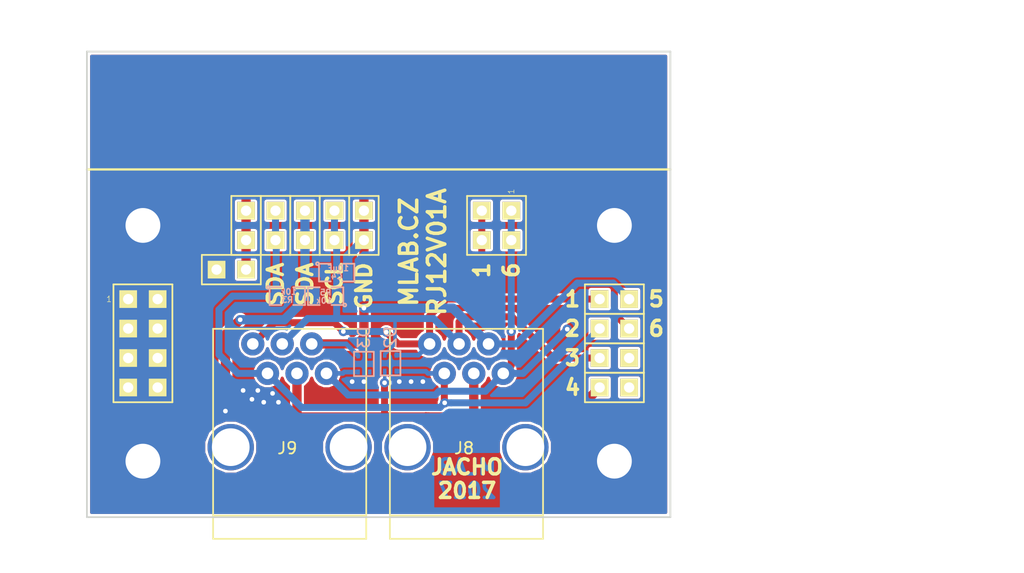
<source format=kicad_pcb>
(kicad_pcb (version 20160815) (host pcbnew "(2016-09-17 revision 679eef1)-makepkg")

  (general
    (links 53)
    (no_connects 0)
    (area -7.239 -44.831 81.026001 4.572001)
    (thickness 1.6)
    (drawings 24)
    (tracks 180)
    (zones 0)
    (modules 23)
    (nets 8)
  )

  (page A4)
  (title_block
    (title NAME)
    (date "%d. %m. %Y")
    (rev REV)
    (company "Mlab www.mlab.cz")
    (comment 1 VERSION)
    (comment 2 "Short description\\nTwo lines are maximum")
    (comment 3 "nickname <email@example.com>")
  )

  (layers
    (0 F.Cu signal)
    (31 B.Cu signal)
    (32 B.Adhes user)
    (33 F.Adhes user)
    (34 B.Paste user)
    (35 F.Paste user)
    (36 B.SilkS user)
    (37 F.SilkS user)
    (38 B.Mask user)
    (39 F.Mask user)
    (40 Dwgs.User user)
    (41 Cmts.User user)
    (42 Eco1.User user)
    (43 Eco2.User user)
    (44 Edge.Cuts user)
    (45 Margin user)
    (46 B.CrtYd user)
    (47 F.CrtYd user)
    (48 B.Fab user)
    (49 F.Fab user)
  )

  (setup
    (last_trace_width 0.2)
    (user_trace_width 0.3)
    (user_trace_width 0.4)
    (user_trace_width 0.5)
    (user_trace_width 0.6)
    (user_trace_width 0.7)
    (user_trace_width 0.8)
    (trace_clearance 0.2)
    (zone_clearance 0.2)
    (zone_45_only no)
    (trace_min 0.2)
    (segment_width 0.2)
    (edge_width 0.15)
    (via_size 0.8)
    (via_drill 0.4)
    (via_min_size 0.4)
    (via_min_drill 0.3)
    (uvia_size 0.3)
    (uvia_drill 0.1)
    (uvias_allowed no)
    (uvia_min_size 0.2)
    (uvia_min_drill 0.1)
    (pcb_text_width 0.3)
    (pcb_text_size 1.5 1.5)
    (mod_edge_width 0.15)
    (mod_text_size 1 1)
    (mod_text_width 0.15)
    (pad_size 1.524 1.524)
    (pad_drill 0.762)
    (pad_to_mask_clearance 0.2)
    (solder_mask_min_width 0.2)
    (aux_axis_origin 0 0)
    (visible_elements 7FFFFF7F)
    (pcbplotparams
      (layerselection 0x010e0_ffffffff)
      (usegerberextensions false)
      (excludeedgelayer true)
      (linewidth 0.150000)
      (plotframeref false)
      (viasonmask false)
      (mode 1)
      (useauxorigin false)
      (hpglpennumber 1)
      (hpglpenspeed 20)
      (hpglpendiameter 15)
      (psnegative false)
      (psa4output false)
      (plotreference true)
      (plotvalue true)
      (plotinvisibletext false)
      (padsonsilk false)
      (subtractmaskfromsilk false)
      (outputformat 1)
      (mirror false)
      (drillshape 0)
      (scaleselection 1)
      (outputdirectory ../CAM_PROFI/))
  )

  (net 0 "")
  (net 1 GND)
  (net 2 VCC)
  (net 3 /3)
  (net 4 /1)
  (net 5 /5)
  (net 6 /6)
  (net 7 /2)

  (net_class Default "This is the default net class."
    (clearance 0.2)
    (trace_width 0.2)
    (via_dia 0.8)
    (via_drill 0.4)
    (uvia_dia 0.3)
    (uvia_drill 0.1)
    (diff_pair_gap 0.25)
    (diff_pair_width 0.25)
    (add_net /1)
    (add_net /2)
    (add_net /3)
    (add_net /5)
    (add_net /6)
    (add_net GND)
    (add_net VCC)
  )

  (module Mlab_Mechanical:MountingHole_3mm placed (layer F.Cu) (tedit 587C7558) (tstamp 57DB7C60)
    (at 45.72 -25.4)
    (descr "Mounting hole, Befestigungsbohrung, 3mm, No Annular, Kein Restring,")
    (tags "Mounting hole, Befestigungsbohrung, 3mm, No Annular, Kein Restring,")
    (path /549D7628)
    (fp_text reference M2 (at 0 -4.191) (layer F.SilkS) hide
      (effects (font (thickness 0.3048)))
    )
    (fp_text value HOLE (at 0 4.191) (layer F.SilkS) hide
      (effects (font (thickness 0.3048)))
    )
    (fp_circle (center 0 0) (end 2.99974 0) (layer Cmts.User) (width 0.381))
    (pad 1 thru_hole circle (at 0 0) (size 6 6) (drill 3) (layers *.Cu *.Adhes *.Mask)
      (net 1 GND) (clearance 1) (zone_connect 2))
  )

  (module Mlab_Mechanical:MountingHole_3mm placed (layer F.Cu) (tedit 587C7558) (tstamp 57DB7C5B)
    (at 5.08 -25.4)
    (descr "Mounting hole, Befestigungsbohrung, 3mm, No Annular, Kein Restring,")
    (tags "Mounting hole, Befestigungsbohrung, 3mm, No Annular, Kein Restring,")
    (path /549D7549)
    (fp_text reference M1 (at 0 -4.191) (layer F.SilkS) hide
      (effects (font (thickness 0.3048)))
    )
    (fp_text value HOLE (at 0 4.191) (layer F.SilkS) hide
      (effects (font (thickness 0.3048)))
    )
    (fp_circle (center 0 0) (end 2.99974 0) (layer Cmts.User) (width 0.381))
    (pad 1 thru_hole circle (at 0 0) (size 6 6) (drill 3) (layers *.Cu *.Adhes *.Mask)
      (net 1 GND) (clearance 1) (zone_connect 2))
  )

  (module Mlab_Mechanical:MountingHole_3mm placed (layer F.Cu) (tedit 587C7558) (tstamp 57DB7C6A)
    (at 5.08 -5.08)
    (descr "Mounting hole, Befestigungsbohrung, 3mm, No Annular, Kein Restring,")
    (tags "Mounting hole, Befestigungsbohrung, 3mm, No Annular, Kein Restring,")
    (path /549D7665)
    (fp_text reference M4 (at 0 -4.191) (layer F.SilkS) hide
      (effects (font (thickness 0.3048)))
    )
    (fp_text value HOLE (at 0 4.191) (layer F.SilkS) hide
      (effects (font (thickness 0.3048)))
    )
    (fp_circle (center 0 0) (end 2.99974 0) (layer Cmts.User) (width 0.381))
    (pad 1 thru_hole circle (at 0 0) (size 6 6) (drill 3) (layers *.Cu *.Adhes *.Mask)
      (net 1 GND) (clearance 1) (zone_connect 2))
  )

  (module Mlab_Mechanical:MountingHole_3mm placed (layer F.Cu) (tedit 587C7558) (tstamp 57DB7C65)
    (at 45.72 -5.08)
    (descr "Mounting hole, Befestigungsbohrung, 3mm, No Annular, Kein Restring,")
    (tags "Mounting hole, Befestigungsbohrung, 3mm, No Annular, Kein Restring,")
    (path /549D7646)
    (fp_text reference M3 (at 0 -4.191) (layer F.SilkS) hide
      (effects (font (thickness 0.3048)))
    )
    (fp_text value HOLE (at 0 4.191) (layer F.SilkS) hide
      (effects (font (thickness 0.3048)))
    )
    (fp_circle (center 0 0) (end 2.99974 0) (layer Cmts.User) (width 0.381))
    (pad 1 thru_hole circle (at 0 0) (size 6 6) (drill 3) (layers *.Cu *.Adhes *.Mask)
      (net 1 GND) (clearance 1) (zone_connect 2))
  )

  (module Mlab_Pin_Headers:Straight_2x01 (layer F.Cu) (tedit 587C7558) (tstamp 583C1649)
    (at 13.97 -25.4 90)
    (descr "pin header straight 2x01")
    (tags "pin header straight 2x01")
    (path /583C91A7)
    (fp_text reference J1 (at 0 -2.54 90) (layer F.SilkS) hide
      (effects (font (size 1.5 1.5) (thickness 0.15)))
    )
    (fp_text value JUMP_2x1 (at 0 2.54 90) (layer F.SilkS) hide
      (effects (font (size 1.5 1.5) (thickness 0.15)))
    )
    (fp_line (start -2.54 -1.27) (end 2.54 -1.27) (layer F.SilkS) (width 0.15))
    (fp_line (start 2.54 -1.27) (end 2.54 1.27) (layer F.SilkS) (width 0.15))
    (fp_line (start 2.54 1.27) (end -2.54 1.27) (layer F.SilkS) (width 0.15))
    (fp_line (start -2.54 1.27) (end -2.54 -1.27) (layer F.SilkS) (width 0.15))
    (pad 2 thru_hole rect (at 1.27 0 90) (size 1.524 1.524) (drill 0.889) (layers *.Cu *.Mask F.SilkS)
      (net 5 /5))
    (pad 1 thru_hole rect (at -1.27 0 90) (size 1.524 1.524) (drill 0.889) (layers *.Cu *.Mask F.SilkS)
      (net 5 /5))
    (model Pin_Headers/Pin_Header_Straight_2x01.wrl
      (at (xyz 0 0 0))
      (scale (xyz 1 1 1))
      (rotate (xyz 0 0 90))
    )
  )

  (module Mlab_Pin_Headers:Straight_2x01 (layer F.Cu) (tedit 587C7558) (tstamp 583C164F)
    (at 16.51 -25.4 90)
    (descr "pin header straight 2x01")
    (tags "pin header straight 2x01")
    (path /583C966A)
    (fp_text reference J2 (at 0 -2.54 90) (layer F.SilkS) hide
      (effects (font (size 1.5 1.5) (thickness 0.15)))
    )
    (fp_text value JUMP_2x1 (at 0 2.54 90) (layer F.SilkS) hide
      (effects (font (size 1.5 1.5) (thickness 0.15)))
    )
    (fp_line (start -2.54 -1.27) (end 2.54 -1.27) (layer F.SilkS) (width 0.15))
    (fp_line (start 2.54 -1.27) (end 2.54 1.27) (layer F.SilkS) (width 0.15))
    (fp_line (start 2.54 1.27) (end -2.54 1.27) (layer F.SilkS) (width 0.15))
    (fp_line (start -2.54 1.27) (end -2.54 -1.27) (layer F.SilkS) (width 0.15))
    (pad 2 thru_hole rect (at 1.27 0 90) (size 1.524 1.524) (drill 0.889) (layers *.Cu *.Mask F.SilkS)
      (net 7 /2))
    (pad 1 thru_hole rect (at -1.27 0 90) (size 1.524 1.524) (drill 0.889) (layers *.Cu *.Mask F.SilkS)
      (net 7 /2))
    (model Pin_Headers/Pin_Header_Straight_2x01.wrl
      (at (xyz 0 0 0))
      (scale (xyz 1 1 1))
      (rotate (xyz 0 0 90))
    )
  )

  (module Mlab_Pin_Headers:Straight_2x01 (layer F.Cu) (tedit 587C7558) (tstamp 583C1655)
    (at 19.05 -25.4 90)
    (descr "pin header straight 2x01")
    (tags "pin header straight 2x01")
    (path /583C9698)
    (fp_text reference J3 (at 0 -2.54 90) (layer F.SilkS) hide
      (effects (font (size 1.5 1.5) (thickness 0.15)))
    )
    (fp_text value JUMP_2x1 (at 0 2.54 90) (layer F.SilkS) hide
      (effects (font (size 1.5 1.5) (thickness 0.15)))
    )
    (fp_line (start -2.54 1.27) (end -2.54 -1.27) (layer F.SilkS) (width 0.15))
    (fp_line (start 2.54 1.27) (end -2.54 1.27) (layer F.SilkS) (width 0.15))
    (fp_line (start 2.54 -1.27) (end 2.54 1.27) (layer F.SilkS) (width 0.15))
    (fp_line (start -2.54 -1.27) (end 2.54 -1.27) (layer F.SilkS) (width 0.15))
    (pad 1 thru_hole rect (at -1.27 0 90) (size 1.524 1.524) (drill 0.889) (layers *.Cu *.Mask F.SilkS)
      (net 2 VCC))
    (pad 2 thru_hole rect (at 1.27 0 90) (size 1.524 1.524) (drill 0.889) (layers *.Cu *.Mask F.SilkS)
      (net 2 VCC))
    (model Pin_Headers/Pin_Header_Straight_2x01.wrl
      (at (xyz 0 0 0))
      (scale (xyz 1 1 1))
      (rotate (xyz 0 0 90))
    )
  )

  (module Mlab_Pin_Headers:Straight_2x01 (layer F.Cu) (tedit 587C7558) (tstamp 583C165B)
    (at 21.59 -25.4 90)
    (descr "pin header straight 2x01")
    (tags "pin header straight 2x01")
    (path /583C96F5)
    (fp_text reference J4 (at 0 -2.54 90) (layer F.SilkS) hide
      (effects (font (size 1.5 1.5) (thickness 0.15)))
    )
    (fp_text value JUMP_2x1 (at 0 2.54 90) (layer F.SilkS) hide
      (effects (font (size 1.5 1.5) (thickness 0.15)))
    )
    (fp_line (start -2.54 -1.27) (end 2.54 -1.27) (layer F.SilkS) (width 0.15))
    (fp_line (start 2.54 -1.27) (end 2.54 1.27) (layer F.SilkS) (width 0.15))
    (fp_line (start 2.54 1.27) (end -2.54 1.27) (layer F.SilkS) (width 0.15))
    (fp_line (start -2.54 1.27) (end -2.54 -1.27) (layer F.SilkS) (width 0.15))
    (pad 2 thru_hole rect (at 1.27 0 90) (size 1.524 1.524) (drill 0.889) (layers *.Cu *.Mask F.SilkS)
      (net 3 /3))
    (pad 1 thru_hole rect (at -1.27 0 90) (size 1.524 1.524) (drill 0.889) (layers *.Cu *.Mask F.SilkS)
      (net 3 /3))
    (model Pin_Headers/Pin_Header_Straight_2x01.wrl
      (at (xyz 0 0 0))
      (scale (xyz 1 1 1))
      (rotate (xyz 0 0 90))
    )
  )

  (module Mlab_Pin_Headers:Straight_2x01 (layer F.Cu) (tedit 587C7558) (tstamp 583C1661)
    (at 24.13 -25.4 90)
    (descr "pin header straight 2x01")
    (tags "pin header straight 2x01")
    (path /583C9729)
    (fp_text reference J5 (at 0 -2.54 90) (layer F.SilkS) hide
      (effects (font (size 1.5 1.5) (thickness 0.15)))
    )
    (fp_text value JUMP_2x1 (at 0 2.54 90) (layer F.SilkS) hide
      (effects (font (size 1.5 1.5) (thickness 0.15)))
    )
    (fp_line (start -2.54 1.27) (end -2.54 -1.27) (layer F.SilkS) (width 0.15))
    (fp_line (start 2.54 1.27) (end -2.54 1.27) (layer F.SilkS) (width 0.15))
    (fp_line (start 2.54 -1.27) (end 2.54 1.27) (layer F.SilkS) (width 0.15))
    (fp_line (start -2.54 -1.27) (end 2.54 -1.27) (layer F.SilkS) (width 0.15))
    (pad 1 thru_hole rect (at -1.27 0 90) (size 1.524 1.524) (drill 0.889) (layers *.Cu *.Mask F.SilkS)
      (net 5 /5))
    (pad 2 thru_hole rect (at 1.27 0 90) (size 1.524 1.524) (drill 0.889) (layers *.Cu *.Mask F.SilkS)
      (net 5 /5))
    (model Pin_Headers/Pin_Header_Straight_2x01.wrl
      (at (xyz 0 0 0))
      (scale (xyz 1 1 1))
      (rotate (xyz 0 0 90))
    )
  )

  (module Mlab_R:SMD-0805 (layer B.Cu) (tedit 587C7558) (tstamp 585B7910)
    (at 21.7805 -21.336)
    (path /5820C904)
    (attr smd)
    (fp_text reference C4 (at 0 0.3175) (layer B.SilkS)
      (effects (font (size 0.50038 0.50038) (thickness 0.10922)) (justify mirror))
    )
    (fp_text value 10uF (at 0.127 -0.381) (layer B.SilkS)
      (effects (font (size 0.50038 0.50038) (thickness 0.10922)) (justify mirror))
    )
    (fp_circle (center -1.651 -0.762) (end -1.651 -0.635) (layer B.SilkS) (width 0.15))
    (fp_line (start -0.508 -0.762) (end -1.524 -0.762) (layer B.SilkS) (width 0.15))
    (fp_line (start -1.524 -0.762) (end -1.524 0.762) (layer B.SilkS) (width 0.15))
    (fp_line (start -1.524 0.762) (end -0.508 0.762) (layer B.SilkS) (width 0.15))
    (fp_line (start 0.508 0.762) (end 1.524 0.762) (layer B.SilkS) (width 0.15))
    (fp_line (start 1.524 0.762) (end 1.524 -0.762) (layer B.SilkS) (width 0.15))
    (fp_line (start 1.524 -0.762) (end 0.508 -0.762) (layer B.SilkS) (width 0.15))
    (pad 1 smd rect (at -0.9525 0) (size 0.889 1.397) (layers B.Cu B.Paste B.Mask)
      (net 2 VCC))
    (pad 2 smd rect (at 0.9525 0) (size 0.889 1.397) (layers B.Cu B.Paste B.Mask)
      (net 5 /5))
    (model MLAB_3D/Resistors/chip_cms.wrl
      (at (xyz 0 0 0))
      (scale (xyz 0.1 0.1 0.1))
      (rotate (xyz 0 0 0))
    )
  )

  (module Mlab_IO:SOT-553 (layer B.Cu) (tedit 587C7558) (tstamp 585B791F)
    (at 26.42362 -13.52296 90)
    (descr SOT553)
    (path /585BD82D)
    (attr smd)
    (fp_text reference D2 (at 2.22504 -0.00762 90) (layer B.SilkS)
      (effects (font (size 1 1) (thickness 0.15)) (justify mirror))
    )
    (fp_text value SP1001-04XTG (at 0 -1.34874 90) (layer B.Fab) hide
      (effects (font (size 1 1) (thickness 0.15)) (justify mirror))
    )
    (fp_line (start -1.04902 0.8509) (end 1.04902 0.8509) (layer B.SilkS) (width 0.15))
    (fp_line (start 1.04902 0.8509) (end 1.04902 -0.8509) (layer B.SilkS) (width 0.15))
    (fp_line (start 1.04902 -0.8509) (end -1.04902 -0.8509) (layer B.SilkS) (width 0.15))
    (fp_line (start -1.04902 -0.8509) (end -1.04902 0.8509) (layer B.SilkS) (width 0.15))
    (pad 1 smd rect (at -0.70104 0.50038 90) (size 0.44958 0.29972) (layers B.Cu B.Paste B.Mask)
      (net 7 /2))
    (pad 3 smd rect (at -0.70104 -0.50038 90) (size 0.44958 0.29972) (layers B.Cu B.Paste B.Mask)
      (net 2 VCC))
    (pad 5 smd rect (at 0.70104 0.50038 90) (size 0.44958 0.29972) (layers B.Cu B.Paste B.Mask)
      (net 4 /1))
    (pad 2 smd rect (at -0.70104 0 90) (size 0.44958 0.29972) (layers B.Cu B.Paste B.Mask)
      (net 1 GND))
    (pad 4 smd rect (at 0.70104 -0.50038 90) (size 0.44958 0.29972) (layers B.Cu B.Paste B.Mask)
      (net 3 /3))
    (model TO_SOT_Packages_SMD.3dshapes/SOT-553.wrl
      (at (xyz 0 0 0))
      (scale (xyz 0.77 0.65 0.7))
      (rotate (xyz 0 0 90))
    )
  )

  (module Mlab_IO:SOT-553 (layer B.Cu) (tedit 587C7558) (tstamp 585B7928)
    (at 24.13 -13.462 90)
    (descr SOT553)
    (path /585BE39B)
    (attr smd)
    (fp_text reference D3 (at 2.286 0 90) (layer B.SilkS)
      (effects (font (size 1 1) (thickness 0.15)) (justify mirror))
    )
    (fp_text value SP1001-04XTG (at 0 -1.34874 90) (layer B.Fab) hide
      (effects (font (size 1 1) (thickness 0.15)) (justify mirror))
    )
    (fp_line (start -1.04902 -0.8509) (end -1.04902 0.8509) (layer B.SilkS) (width 0.15))
    (fp_line (start 1.04902 -0.8509) (end -1.04902 -0.8509) (layer B.SilkS) (width 0.15))
    (fp_line (start 1.04902 0.8509) (end 1.04902 -0.8509) (layer B.SilkS) (width 0.15))
    (fp_line (start -1.04902 0.8509) (end 1.04902 0.8509) (layer B.SilkS) (width 0.15))
    (pad 4 smd rect (at 0.70104 -0.50038 90) (size 0.44958 0.29972) (layers B.Cu B.Paste B.Mask)
      (net 5 /5))
    (pad 2 smd rect (at -0.70104 0 90) (size 0.44958 0.29972) (layers B.Cu B.Paste B.Mask)
      (net 1 GND))
    (pad 5 smd rect (at 0.70104 0.50038 90) (size 0.44958 0.29972) (layers B.Cu B.Paste B.Mask))
    (pad 3 smd rect (at -0.70104 -0.50038 90) (size 0.44958 0.29972) (layers B.Cu B.Paste B.Mask)
      (net 6 /6))
    (pad 1 smd rect (at -0.70104 0.50038 90) (size 0.44958 0.29972) (layers B.Cu B.Paste B.Mask))
    (model TO_SOT_Packages_SMD.3dshapes/SOT-553.wrl
      (at (xyz 0 0 0))
      (scale (xyz 0.77 0.65 0.7))
      (rotate (xyz 0 0 90))
    )
  )

  (module Mlab_Pin_Headers:Straight_2x02 (layer F.Cu) (tedit 587C7558) (tstamp 585B7930)
    (at 35.56 -25.4 270)
    (descr "pin header straight 2x02")
    (tags "pin header straight 2x02")
    (path /585AC7AB)
    (fp_text reference J6 (at 0 -3.81 270) (layer F.SilkS) hide
      (effects (font (size 1.5 1.5) (thickness 0.15)))
    )
    (fp_text value JUMP_2X2 (at 0 3.81 270) (layer F.SilkS) hide
      (effects (font (size 1.5 1.5) (thickness 0.15)))
    )
    (fp_text user 1 (at -2.921 -1.27 270) (layer F.SilkS)
      (effects (font (size 0.5 0.5) (thickness 0.05)))
    )
    (fp_line (start -2.54 -2.54) (end 2.54 -2.54) (layer F.SilkS) (width 0.15))
    (fp_line (start 2.54 -2.54) (end 2.54 2.54) (layer F.SilkS) (width 0.15))
    (fp_line (start 2.54 2.54) (end -2.54 2.54) (layer F.SilkS) (width 0.15))
    (fp_line (start -2.54 2.54) (end -2.54 -2.54) (layer F.SilkS) (width 0.15))
    (pad 1 thru_hole rect (at -1.27 -1.27 270) (size 1.524 1.524) (drill 0.889) (layers *.Cu *.Mask F.SilkS)
      (net 6 /6))
    (pad 2 thru_hole rect (at 1.27 -1.27 270) (size 1.524 1.524) (drill 0.889) (layers *.Cu *.Mask F.SilkS)
      (net 6 /6))
    (pad 3 thru_hole rect (at -1.27 1.27 270) (size 1.524 1.524) (drill 0.889) (layers *.Cu *.Mask F.SilkS)
      (net 4 /1))
    (pad 4 thru_hole rect (at 1.27 1.27 270) (size 1.524 1.524) (drill 0.889) (layers *.Cu *.Mask F.SilkS)
      (net 4 /1))
    (model Pin_Headers/Pin_Header_Straight_2x02.wrl
      (at (xyz 0 0 0))
      (scale (xyz 1 1 1))
      (rotate (xyz 0 0 90))
    )
  )

  (module Mlab_Pin_Headers:Straight_2x01 (layer F.Cu) (tedit 587C7558) (tstamp 585B7936)
    (at 12.7 -21.59)
    (descr "pin header straight 2x01")
    (tags "pin header straight 2x01")
    (path /585A7E98)
    (fp_text reference J7 (at 0 -2.54) (layer F.SilkS) hide
      (effects (font (size 1.5 1.5) (thickness 0.15)))
    )
    (fp_text value JUMP2_2x1 (at 0 2.54) (layer F.SilkS) hide
      (effects (font (size 1.5 1.5) (thickness 0.15)))
    )
    (fp_line (start -2.54 1.27) (end -2.54 -1.27) (layer F.SilkS) (width 0.15))
    (fp_line (start 2.54 1.27) (end -2.54 1.27) (layer F.SilkS) (width 0.15))
    (fp_line (start 2.54 -1.27) (end 2.54 1.27) (layer F.SilkS) (width 0.15))
    (fp_line (start -2.54 -1.27) (end 2.54 -1.27) (layer F.SilkS) (width 0.15))
    (pad 2 thru_hole rect (at 1.27 0) (size 1.524 1.524) (drill 0.889) (layers *.Cu *.Mask F.SilkS)
      (net 5 /5))
    (pad 1 thru_hole rect (at -1.27 0) (size 1.524 1.524) (drill 0.889) (layers *.Cu *.Mask F.SilkS)
      (net 1 GND))
    (model Pin_Headers/Pin_Header_Straight_2x01.wrl
      (at (xyz 0 0 0))
      (scale (xyz 1 1 1))
      (rotate (xyz 0 0 90))
    )
  )

  (module Mlab_Pin_Headers:Straight_2x01 (layer F.Cu) (tedit 587C7558) (tstamp 585B795E)
    (at 45.72 -19.05 180)
    (descr "pin header straight 2x01")
    (tags "pin header straight 2x01")
    (path /585A7E33)
    (fp_text reference J10 (at 0 -2.54 180) (layer F.SilkS) hide
      (effects (font (size 1.5 1.5) (thickness 0.15)))
    )
    (fp_text value JUMP2_2x1 (at 0 2.54 180) (layer F.SilkS) hide
      (effects (font (size 1.5 1.5) (thickness 0.15)))
    )
    (fp_line (start -2.54 -1.27) (end 2.54 -1.27) (layer F.SilkS) (width 0.15))
    (fp_line (start 2.54 -1.27) (end 2.54 1.27) (layer F.SilkS) (width 0.15))
    (fp_line (start 2.54 1.27) (end -2.54 1.27) (layer F.SilkS) (width 0.15))
    (fp_line (start -2.54 1.27) (end -2.54 -1.27) (layer F.SilkS) (width 0.15))
    (pad 1 thru_hole rect (at -1.27 0 180) (size 1.524 1.524) (drill 0.889) (layers *.Cu *.Mask F.SilkS)
      (net 5 /5))
    (pad 2 thru_hole rect (at 1.27 0 180) (size 1.524 1.524) (drill 0.889) (layers *.Cu *.Mask F.SilkS)
      (net 4 /1))
    (model Pin_Headers/Pin_Header_Straight_2x01.wrl
      (at (xyz 0 0 0))
      (scale (xyz 1 1 1))
      (rotate (xyz 0 0 90))
    )
  )

  (module Mlab_Pin_Headers:Straight_2x01 (layer F.Cu) (tedit 587C7558) (tstamp 585B7964)
    (at 45.72 -16.51 180)
    (descr "pin header straight 2x01")
    (tags "pin header straight 2x01")
    (path /585A7F9D)
    (fp_text reference J11 (at 0 -2.54 180) (layer F.SilkS) hide
      (effects (font (size 1.5 1.5) (thickness 0.15)))
    )
    (fp_text value JUMP2_2x1 (at 0 2.54 180) (layer F.SilkS) hide
      (effects (font (size 1.5 1.5) (thickness 0.15)))
    )
    (fp_line (start -2.54 -1.27) (end 2.54 -1.27) (layer F.SilkS) (width 0.15))
    (fp_line (start 2.54 -1.27) (end 2.54 1.27) (layer F.SilkS) (width 0.15))
    (fp_line (start 2.54 1.27) (end -2.54 1.27) (layer F.SilkS) (width 0.15))
    (fp_line (start -2.54 1.27) (end -2.54 -1.27) (layer F.SilkS) (width 0.15))
    (pad 1 thru_hole rect (at -1.27 0 180) (size 1.524 1.524) (drill 0.889) (layers *.Cu *.Mask F.SilkS)
      (net 6 /6))
    (pad 2 thru_hole rect (at 1.27 0 180) (size 1.524 1.524) (drill 0.889) (layers *.Cu *.Mask F.SilkS)
      (net 7 /2))
    (model Pin_Headers/Pin_Header_Straight_2x01.wrl
      (at (xyz 0 0 0))
      (scale (xyz 1 1 1))
      (rotate (xyz 0 0 90))
    )
  )

  (module Mlab_R:SMD-0805 (layer B.Cu) (tedit 587C7558) (tstamp 585B796A)
    (at 17.526 -19.304)
    (path /58231ADB)
    (attr smd)
    (fp_text reference R3 (at 0 0.3175) (layer B.SilkS)
      (effects (font (size 0.50038 0.50038) (thickness 0.10922)) (justify mirror))
    )
    (fp_text value 10k (at 0.127 -0.381) (layer B.SilkS)
      (effects (font (size 0.50038 0.50038) (thickness 0.10922)) (justify mirror))
    )
    (fp_line (start 1.524 -0.762) (end 0.508 -0.762) (layer B.SilkS) (width 0.15))
    (fp_line (start 1.524 0.762) (end 1.524 -0.762) (layer B.SilkS) (width 0.15))
    (fp_line (start 0.508 0.762) (end 1.524 0.762) (layer B.SilkS) (width 0.15))
    (fp_line (start -1.524 0.762) (end -0.508 0.762) (layer B.SilkS) (width 0.15))
    (fp_line (start -1.524 -0.762) (end -1.524 0.762) (layer B.SilkS) (width 0.15))
    (fp_line (start -0.508 -0.762) (end -1.524 -0.762) (layer B.SilkS) (width 0.15))
    (fp_circle (center -1.651 -0.762) (end -1.651 -0.635) (layer B.SilkS) (width 0.15))
    (pad 2 smd rect (at 0.9525 0) (size 0.889 1.397) (layers B.Cu B.Paste B.Mask)
      (net 2 VCC))
    (pad 1 smd rect (at -0.9525 0) (size 0.889 1.397) (layers B.Cu B.Paste B.Mask)
      (net 7 /2))
    (model MLAB_3D/Resistors/chip_cms.wrl
      (at (xyz 0 0 0))
      (scale (xyz 0.1 0.1 0.1))
      (rotate (xyz 0 0 0))
    )
  )

  (module Mlab_R:SMD-0805 (layer B.Cu) (tedit 587C7558) (tstamp 585B7970)
    (at 20.828 -19.304 180)
    (path /583CAEFB)
    (attr smd)
    (fp_text reference R5 (at 0 0.3175 180) (layer B.SilkS)
      (effects (font (size 0.50038 0.50038) (thickness 0.10922)) (justify mirror))
    )
    (fp_text value 10k (at 0.127 -0.381 180) (layer B.SilkS)
      (effects (font (size 0.50038 0.50038) (thickness 0.10922)) (justify mirror))
    )
    (fp_circle (center -1.651 -0.762) (end -1.651 -0.635) (layer B.SilkS) (width 0.15))
    (fp_line (start -0.508 -0.762) (end -1.524 -0.762) (layer B.SilkS) (width 0.15))
    (fp_line (start -1.524 -0.762) (end -1.524 0.762) (layer B.SilkS) (width 0.15))
    (fp_line (start -1.524 0.762) (end -0.508 0.762) (layer B.SilkS) (width 0.15))
    (fp_line (start 0.508 0.762) (end 1.524 0.762) (layer B.SilkS) (width 0.15))
    (fp_line (start 1.524 0.762) (end 1.524 -0.762) (layer B.SilkS) (width 0.15))
    (fp_line (start 1.524 -0.762) (end 0.508 -0.762) (layer B.SilkS) (width 0.15))
    (pad 1 smd rect (at -0.9525 0 180) (size 0.889 1.397) (layers B.Cu B.Paste B.Mask)
      (net 3 /3))
    (pad 2 smd rect (at 0.9525 0 180) (size 0.889 1.397) (layers B.Cu B.Paste B.Mask)
      (net 2 VCC))
    (model MLAB_3D/Resistors/chip_cms.wrl
      (at (xyz 0 0 0))
      (scale (xyz 0.1 0.1 0.1))
      (rotate (xyz 0 0 0))
    )
  )

  (module "Mlab_CON:RJ12GLP-AMP(RJ12)" (layer F.Cu) (tedit 587C7558) (tstamp 585B7A50)
    (at 32.512 -7.874 90)
    (path /585A32FC)
    (fp_text reference J8 (at -1.6764 0.254) (layer F.SilkS)
      (effects (font (size 1 1) (thickness 0.15)))
    )
    (fp_text value RJ12GLP-AMP (at -5.9055 0.3302) (layer F.Fab) hide
      (effects (font (size 1 1) (thickness 0.15)))
    )
    (fp_line (start -7.4875 -6.1428) (end -7.4875 7.0572) (layer F.SilkS) (width 0.15))
    (fp_line (start -9.4875 -6.1428) (end 8.6125 -6.1428) (layer F.SilkS) (width 0.15))
    (fp_line (start -9.4875 -6.1428) (end -9.4875 7.0572) (layer F.SilkS) (width 0.15))
    (fp_line (start -9.4875 7.0572) (end 8.6125 7.0572) (layer F.SilkS) (width 0.15))
    (fp_line (start 8.6125 -6.1428) (end 8.6125 7.0572) (layer F.SilkS) (width 0.15))
    (pad 5 thru_hole circle (at 7.3125 2.3572 270) (size 2 2) (drill 1) (layers *.Cu *.Mask)
      (net 5 /5))
    (pad 3 thru_hole circle (at 7.3125 -0.1828 270) (size 2 2) (drill 1) (layers *.Cu *.Mask)
      (net 3 /3))
    (pad 1 thru_hole circle (at 7.3125 -2.7228 270) (size 2 2) (drill 1) (layers *.Cu *.Mask)
      (net 4 /1))
    (pad 2 thru_hole circle (at 4.7725 -1.4528 270) (size 2 2) (drill 1) (layers *.Cu *.Mask)
      (net 7 /2))
    (pad 6 thru_hole circle (at 4.7725 3.6272 270) (size 2 2) (drill 1) (layers *.Cu *.Mask)
      (net 6 /6))
    (pad 4 thru_hole circle (at 4.7725 1.0872 270) (size 2 2) (drill 1) (layers *.Cu *.Mask)
      (net 2 VCC))
    (pad 8 thru_hole circle (at -1.5875 5.5372 270) (size 4 4) (drill 3.25) (layers *.Cu *.Mask))
    (pad 7 thru_hole circle (at -1.5875 -4.6228 270) (size 4 4) (drill 3.25) (layers *.Cu *.Mask))
  )

  (module "Mlab_CON:RJ12GLP-AMP(RJ12)" (layer F.Cu) (tedit 587C7558) (tstamp 585B7A61)
    (at 17.272 -7.874 90)
    (path /585A63E4)
    (fp_text reference J9 (at -1.6764 0.254) (layer F.SilkS)
      (effects (font (size 1 1) (thickness 0.15)))
    )
    (fp_text value RJ12GLP-AMP (at -5.9055 0.3302) (layer F.Fab) hide
      (effects (font (size 1 1) (thickness 0.15)))
    )
    (fp_line (start 8.6125 -6.1428) (end 8.6125 7.0572) (layer F.SilkS) (width 0.15))
    (fp_line (start -9.4875 7.0572) (end 8.6125 7.0572) (layer F.SilkS) (width 0.15))
    (fp_line (start -9.4875 -6.1428) (end -9.4875 7.0572) (layer F.SilkS) (width 0.15))
    (fp_line (start -9.4875 -6.1428) (end 8.6125 -6.1428) (layer F.SilkS) (width 0.15))
    (fp_line (start -7.4875 -6.1428) (end -7.4875 7.0572) (layer F.SilkS) (width 0.15))
    (pad 7 thru_hole circle (at -1.5875 -4.6228 270) (size 4 4) (drill 3.25) (layers *.Cu *.Mask))
    (pad 8 thru_hole circle (at -1.5875 5.5372 270) (size 4 4) (drill 3.25) (layers *.Cu *.Mask))
    (pad 4 thru_hole circle (at 4.7725 1.0872 270) (size 2 2) (drill 1) (layers *.Cu *.Mask)
      (net 2 VCC))
    (pad 6 thru_hole circle (at 4.7725 3.6272 270) (size 2 2) (drill 1) (layers *.Cu *.Mask)
      (net 6 /6))
    (pad 2 thru_hole circle (at 4.7725 -1.4528 270) (size 2 2) (drill 1) (layers *.Cu *.Mask)
      (net 7 /2))
    (pad 1 thru_hole circle (at 7.3125 -2.7228 270) (size 2 2) (drill 1) (layers *.Cu *.Mask)
      (net 4 /1))
    (pad 3 thru_hole circle (at 7.3125 -0.1828 270) (size 2 2) (drill 1) (layers *.Cu *.Mask)
      (net 3 /3))
    (pad 5 thru_hole circle (at 7.3125 2.3572 270) (size 2 2) (drill 1) (layers *.Cu *.Mask)
      (net 5 /5))
  )

  (module Mlab_Pin_Headers:Straight_2x01 (layer F.Cu) (tedit 587C7558) (tstamp 585B7C17)
    (at 45.72 -13.97 180)
    (descr "pin header straight 2x01")
    (tags "pin header straight 2x01")
    (path /585A7FFE)
    (fp_text reference J12 (at 0 -2.54 180) (layer F.SilkS) hide
      (effects (font (size 1.5 1.5) (thickness 0.15)))
    )
    (fp_text value JUMP2_2x1 (at 0 2.54 180) (layer F.SilkS) hide
      (effects (font (size 1.5 1.5) (thickness 0.15)))
    )
    (fp_line (start -2.54 1.27) (end -2.54 -1.27) (layer F.SilkS) (width 0.15))
    (fp_line (start 2.54 1.27) (end -2.54 1.27) (layer F.SilkS) (width 0.15))
    (fp_line (start 2.54 -1.27) (end 2.54 1.27) (layer F.SilkS) (width 0.15))
    (fp_line (start -2.54 -1.27) (end 2.54 -1.27) (layer F.SilkS) (width 0.15))
    (pad 2 thru_hole rect (at 1.27 0 180) (size 1.524 1.524) (drill 0.889) (layers *.Cu *.Mask F.SilkS)
      (net 3 /3))
    (pad 1 thru_hole rect (at -1.27 0 180) (size 1.524 1.524) (drill 0.889) (layers *.Cu *.Mask F.SilkS))
    (model Pin_Headers/Pin_Header_Straight_2x01.wrl
      (at (xyz 0 0 0))
      (scale (xyz 1 1 1))
      (rotate (xyz 0 0 90))
    )
  )

  (module Mlab_Pin_Headers:Straight_2x01 (layer F.Cu) (tedit 587C7558) (tstamp 585B7C1D)
    (at 45.72 -11.43 180)
    (descr "pin header straight 2x01")
    (tags "pin header straight 2x01")
    (path /585A805E)
    (fp_text reference J13 (at 0 -2.54 180) (layer F.SilkS) hide
      (effects (font (size 1.5 1.5) (thickness 0.15)))
    )
    (fp_text value JUMP2_2x1 (at 0 2.54 180) (layer F.SilkS) hide
      (effects (font (size 1.5 1.5) (thickness 0.15)))
    )
    (fp_line (start -2.54 -1.27) (end 2.54 -1.27) (layer F.SilkS) (width 0.15))
    (fp_line (start 2.54 -1.27) (end 2.54 1.27) (layer F.SilkS) (width 0.15))
    (fp_line (start 2.54 1.27) (end -2.54 1.27) (layer F.SilkS) (width 0.15))
    (fp_line (start -2.54 1.27) (end -2.54 -1.27) (layer F.SilkS) (width 0.15))
    (pad 1 thru_hole rect (at -1.27 0 180) (size 1.524 1.524) (drill 0.889) (layers *.Cu *.Mask F.SilkS))
    (pad 2 thru_hole rect (at 1.27 0 180) (size 1.524 1.524) (drill 0.889) (layers *.Cu *.Mask F.SilkS)
      (net 2 VCC))
    (model Pin_Headers/Pin_Header_Straight_2x01.wrl
      (at (xyz 0 0 0))
      (scale (xyz 1 1 1))
      (rotate (xyz 0 0 90))
    )
  )

  (module Mlab_Pin_Headers:Straight_2x04 (layer F.Cu) (tedit 587C7558) (tstamp 585B7E0D)
    (at 5.08 -15.24)
    (descr "pin header straight 2x04")
    (tags "pin header straight 2x04")
    (path /586A30B1)
    (fp_text reference J14 (at 0 -6.35) (layer F.SilkS) hide
      (effects (font (size 1.5 1.5) (thickness 0.15)))
    )
    (fp_text value JUMP_4X2 (at 0 6.35) (layer F.SilkS) hide
      (effects (font (size 1.5 1.5) (thickness 0.15)))
    )
    (fp_line (start -2.54 5.08) (end -2.54 -5.08) (layer F.SilkS) (width 0.15))
    (fp_line (start 2.54 5.08) (end -2.54 5.08) (layer F.SilkS) (width 0.15))
    (fp_line (start 2.54 -5.08) (end 2.54 5.08) (layer F.SilkS) (width 0.15))
    (fp_line (start -2.54 -5.08) (end 2.54 -5.08) (layer F.SilkS) (width 0.15))
    (fp_text user 1 (at -2.921 -3.81) (layer F.SilkS)
      (effects (font (size 0.5 0.5) (thickness 0.05)))
    )
    (pad 8 thru_hole rect (at 1.27 3.81) (size 1.524 1.524) (drill 0.889) (layers *.Cu *.Mask F.SilkS)
      (net 1 GND))
    (pad 7 thru_hole rect (at -1.27 3.81) (size 1.524 1.524) (drill 0.889) (layers *.Cu *.Mask F.SilkS)
      (net 1 GND))
    (pad 6 thru_hole rect (at 1.27 1.27) (size 1.524 1.524) (drill 0.889) (layers *.Cu *.Mask F.SilkS)
      (net 1 GND))
    (pad 5 thru_hole rect (at -1.27 1.27) (size 1.524 1.524) (drill 0.889) (layers *.Cu *.Mask F.SilkS)
      (net 1 GND))
    (pad 4 thru_hole rect (at 1.27 -1.27) (size 1.524 1.524) (drill 0.889) (layers *.Cu *.Mask F.SilkS)
      (net 1 GND))
    (pad 3 thru_hole rect (at -1.27 -1.27) (size 1.524 1.524) (drill 0.889) (layers *.Cu *.Mask F.SilkS)
      (net 1 GND))
    (pad 2 thru_hole rect (at 1.27 -3.81) (size 1.524 1.524) (drill 0.889) (layers *.Cu *.Mask F.SilkS)
      (net 1 GND))
    (pad 1 thru_hole rect (at -1.27 -3.81) (size 1.524 1.524) (drill 0.889) (layers *.Cu *.Mask F.SilkS)
      (net 1 GND))
    (model Pin_Headers/Pin_Header_Straight_2x04.wrl
      (at (xyz 0 0 0))
      (scale (xyz 1 1 1))
      (rotate (xyz 0 0 90))
    )
  )

  (gr_line (start 0.254 -30.226) (end 50.546 -30.226) (angle 90) (layer F.SilkS) (width 0.2))
  (dimension 50.292 (width 0.3) (layer Dwgs.User)
    (gr_text "1,9800 in" (at 25.4 -33.9636) (layer Dwgs.User) (tstamp 587C7588)
      (effects (font (size 1.5 1.5) (thickness 0.3)))
    )
    (feature1 (pts (xy 50.546 -30.226) (xy 50.546 -35.3136)))
    (feature2 (pts (xy 0.254 -30.226) (xy 0.254 -35.3136)))
    (crossbar (pts (xy 0.254 -32.6136) (xy 50.546 -32.6136)))
    (arrow1a (pts (xy 50.546 -32.6136) (xy 49.419496 -32.027179)))
    (arrow1b (pts (xy 50.546 -32.6136) (xy 49.419496 -33.200021)))
    (arrow2a (pts (xy 0.254 -32.6136) (xy 1.380504 -32.027179)))
    (arrow2b (pts (xy 0.254 -32.6136) (xy 1.380504 -33.200021)))
  )
  (dimension 29.972 (width 0.3) (layer Dwgs.User)
    (gr_text "1,1800 in" (at 54.7408 -15.24 90) (layer Dwgs.User) (tstamp 587C7589)
      (effects (font (size 1.5 1.5) (thickness 0.3)))
    )
    (feature1 (pts (xy 50.546 -30.226) (xy 56.0908 -30.226)))
    (feature2 (pts (xy 50.546 -0.254) (xy 56.0908 -0.254)))
    (crossbar (pts (xy 53.3908 -0.254) (xy 53.3908 -30.226)))
    (arrow1a (pts (xy 53.3908 -30.226) (xy 53.977221 -29.099496)))
    (arrow1b (pts (xy 53.3908 -30.226) (xy 52.804379 -29.099496)))
    (arrow2a (pts (xy 53.3908 -0.254) (xy 53.977221 -1.380504)))
    (arrow2b (pts (xy 53.3908 -0.254) (xy 52.804379 -1.380504)))
  )
  (gr_text 6 (at 48.514 -16.51) (layer F.SilkS) (tstamp 586A267E)
    (effects (font (size 1.3 1.3) (thickness 0.3)) (justify left))
  )
  (gr_text 5 (at 48.514 -19.05) (layer F.SilkS) (tstamp 586A266B)
    (effects (font (size 1.3 1.3) (thickness 0.3)) (justify left))
  )
  (gr_text 4 (at 42.926 -11.43) (layer F.SilkS) (tstamp 586A2666)
    (effects (font (size 1.3 1.3) (thickness 0.3)) (justify right))
  )
  (gr_text 3 (at 42.926 -13.97) (layer F.SilkS) (tstamp 586A2662)
    (effects (font (size 1.3 1.3) (thickness 0.3)) (justify right))
  )
  (gr_text 2 (at 42.926 -16.51) (layer F.SilkS) (tstamp 586A265B)
    (effects (font (size 1.3 1.3) (thickness 0.3)) (justify right))
  )
  (gr_text 1 (at 42.926 -19.05) (layer F.SilkS) (tstamp 586A2655)
    (effects (font (size 1.3 1.3) (thickness 0.3)) (justify right))
  )
  (gr_text 6 (at 36.83 -22.352 90) (layer F.SilkS) (tstamp 586A263B)
    (effects (font (size 1.3 1.3) (thickness 0.3)) (justify right))
  )
  (gr_text 1 (at 34.29 -22.352 90) (layer F.SilkS) (tstamp 586A2639)
    (effects (font (size 1.3 1.3) (thickness 0.3)) (justify right))
  )
  (gr_text GND (at 24.13 -22.352 90) (layer F.SilkS) (tstamp 586A2632)
    (effects (font (size 1.3 1.3) (thickness 0.3)) (justify right))
  )
  (gr_text SCL (at 21.59 -22.352 90) (layer F.SilkS) (tstamp 586A262E)
    (effects (font (size 1.3 1.3) (thickness 0.3)) (justify right))
  )
  (gr_text SDA (at 19.05 -22.352 90) (layer F.SilkS) (tstamp 586A262C)
    (effects (font (size 1.3 1.3) (thickness 0.3)) (justify right))
  )
  (gr_text SDA (at 16.51 -22.352 90) (layer F.SilkS) (tstamp 586A2626)
    (effects (font (size 1.3 1.3) (thickness 0.3)) (justify right))
  )
  (gr_text JACHO (at 33.02 -4.572) (layer F.SilkS) (tstamp 583C485C)
    (effects (font (size 1.3 1.3) (thickness 0.3)))
  )
  (gr_text "MLAB.CZ\nRJ12V01A" (at 29.21 -23.114 90) (layer F.SilkS) (tstamp 583C4824)
    (effects (font (size 1.5 1.5) (thickness 0.3)))
  )
  (gr_text 2017 (at 33.02 -2.54) (layer F.SilkS)
    (effects (font (size 1.3 1.3) (thickness 0.3)))
  )
  (gr_text 2017 (at 33.02 -2.54) (layer B.Cu)
    (effects (font (size 1.3 1.3) (thickness 0.3)) (justify mirror))
  )
  (gr_text MLAB (at 33.02 -4.572) (layer B.Cu)
    (effects (font (size 1.3 1.3) (thickness 0.3)) (justify mirror))
  )
  (gr_line (start 0.254 -40.386) (end 0.254 -0.254) (angle 90) (layer Edge.Cuts) (width 0.15))
  (gr_line (start 0.254 -0.254) (end 50.546 -0.254) (angle 90) (layer Edge.Cuts) (width 0.15))
  (gr_line (start 50.546 -40.386) (end 50.546 -0.254) (angle 90) (layer Edge.Cuts) (width 0.15))
  (gr_line (start 0.254 -40.386) (end 50.546 -40.386) (angle 90) (layer Edge.Cuts) (width 0.15))

  (segment (start 29.209994 -11.938006) (end 29.21 -11.938012) (width 0.2) (layer B.Cu) (net 1))
  (via (at 29.21 -11.938012) (size 0.8) (drill 0.4) (layers F.Cu B.Cu) (net 1))
  (segment (start 28.194 -11.938006) (end 29.209994 -11.938006) (width 0.2) (layer B.Cu) (net 1))
  (segment (start 27.178 -11.938008) (end 28.193998 -11.938008) (width 0.2) (layer F.Cu) (net 1))
  (segment (start 28.193998 -11.938008) (end 28.194 -11.938006) (width 0.2) (layer F.Cu) (net 1))
  (via (at 28.194 -11.938006) (size 0.8) (drill 0.4) (layers F.Cu B.Cu) (net 1))
  (segment (start 26.882742 -11.938008) (end 27.178 -11.938008) (width 0.2) (layer B.Cu) (net 1))
  (segment (start 26.42362 -12.39713) (end 26.882742 -11.938008) (width 0.2) (layer B.Cu) (net 1))
  (segment (start 26.42362 -12.82192) (end 26.42362 -12.39713) (width 0.2) (layer B.Cu) (net 1))
  (via (at 27.178 -11.938008) (size 0.8) (drill 0.4) (layers F.Cu B.Cu) (net 1))
  (segment (start 24.12999 -11.937988) (end 24.13 -11.937998) (width 0.2) (layer F.Cu) (net 1))
  (segment (start 23.114 -11.937988) (end 24.12999 -11.937988) (width 0.2) (layer F.Cu) (net 1))
  (via (at 24.13 -11.937998) (size 0.8) (drill 0.4) (layers F.Cu B.Cu) (net 1))
  (segment (start 23.679685 -11.937988) (end 23.114 -11.937988) (width 0.2) (layer B.Cu) (net 1))
  (segment (start 24.13 -12.33617) (end 23.731818 -11.937988) (width 0.2) (layer B.Cu) (net 1))
  (segment (start 23.731818 -11.937988) (end 23.679685 -11.937988) (width 0.2) (layer B.Cu) (net 1))
  (segment (start 24.13 -12.76096) (end 24.13 -12.33617) (width 0.2) (layer B.Cu) (net 1))
  (via (at 23.114 -11.937988) (size 0.8) (drill 0.4) (layers F.Cu B.Cu) (net 1))
  (segment (start 16.110001 -10.776001) (end 16.256 -10.922) (width 0.6) (layer F.Cu) (net 1))
  (segment (start 15.385999 -10.776001) (end 16.110001 -10.776001) (width 0.6) (layer F.Cu) (net 1))
  (segment (start 16.002 -10.668) (end 16.256 -10.922) (width 0.6) (layer B.Cu) (net 1))
  (segment (start 15.494 -10.16) (end 16.002 -10.668) (width 0.6) (layer B.Cu) (net 1))
  (segment (start 14.986 -11.176) (end 15.385999 -10.776001) (width 0.6) (layer F.Cu) (net 1))
  (via (at 16.256 -10.922) (size 0.8) (drill 0.4) (layers F.Cu B.Cu) (net 1))
  (segment (start 15.494 -10.16) (end 16.764 -10.16) (width 0.6) (layer F.Cu) (net 1))
  (via (at 16.764 -10.16) (size 0.8) (drill 0.4) (layers F.Cu B.Cu) (net 1))
  (via (at 15.494 -10.16) (size 0.8) (drill 0.4) (layers F.Cu B.Cu) (net 1))
  (segment (start 13.716 -11.176) (end 14.986 -11.176) (width 0.6) (layer B.Cu) (net 1))
  (via (at 14.986 -11.176) (size 0.8) (drill 0.4) (layers F.Cu B.Cu) (net 1))
  (segment (start 14.478 -10.414) (end 13.716 -11.176) (width 0.6) (layer F.Cu) (net 1))
  (via (at 13.716 -11.176) (size 0.8) (drill 0.4) (layers F.Cu B.Cu) (net 1))
  (segment (start 12.192 -9.398) (end 13.462 -9.398) (width 0.6) (layer B.Cu) (net 1))
  (segment (start 13.462 -9.398) (end 14.478 -10.414) (width 0.6) (layer B.Cu) (net 1))
  (via (at 14.478 -10.414) (size 0.8) (drill 0.4) (layers F.Cu B.Cu) (net 1))
  (segment (start 5.08 -5.08) (end 9.398 -9.398) (width 0.6) (layer F.Cu) (net 1))
  (segment (start 9.398 -9.398) (end 12.192 -9.398) (width 0.6) (layer F.Cu) (net 1))
  (via (at 12.192 -9.398) (size 0.8) (drill 0.4) (layers F.Cu B.Cu) (net 1))
  (segment (start 33.528 -8.886501) (end 33.524501 -8.89) (width 0.8) (layer F.Cu) (net 2))
  (segment (start 33.524501 -8.89) (end 29.467499 -8.89) (width 0.8) (layer F.Cu) (net 2))
  (segment (start 29.467499 -8.89) (end 29.464 -8.886501) (width 0.8) (layer F.Cu) (net 2))
  (segment (start 29.464 -8.886501) (end 29.721499 -8.886501) (width 0.8) (layer F.Cu) (net 2))
  (segment (start 29.464 -8.886501) (end 25.908 -8.886501) (width 0.8) (layer F.Cu) (net 2))
  (segment (start 25.908 -8.886501) (end 18.288 -8.886501) (width 0.8) (layer F.Cu) (net 2))
  (segment (start 25.908 -11.8397) (end 25.908 -11.274015) (width 0.6) (layer F.Cu) (net 2))
  (segment (start 25.908 -11.274015) (end 25.908 -8.886501) (width 0.6) (layer F.Cu) (net 2))
  (segment (start 25.92324 -12.82192) (end 25.92324 -11.85494) (width 0.3) (layer B.Cu) (net 2))
  (segment (start 25.92324 -11.85494) (end 25.908 -11.8397) (width 0.3) (layer B.Cu) (net 2))
  (via (at 25.908 -11.8397) (size 0.8) (drill 0.4) (layers F.Cu B.Cu) (net 2))
  (segment (start 41.906501 -8.886501) (end 33.528 -8.886501) (width 0.8) (layer F.Cu) (net 2))
  (segment (start 33.528 -8.886501) (end 33.5992 -8.957701) (width 0.8) (layer F.Cu) (net 2))
  (segment (start 33.5992 -8.957701) (end 33.5992 -12.6465) (width 0.8) (layer F.Cu) (net 2))
  (segment (start 18.288 -8.886501) (end 14.481499 -8.886501) (width 0.8) (layer F.Cu) (net 2))
  (segment (start 18.288 -8.886501) (end 18.3592 -8.957701) (width 0.8) (layer F.Cu) (net 2))
  (segment (start 18.3592 -8.957701) (end 18.3592 -12.6465) (width 0.8) (layer F.Cu) (net 2))
  (segment (start 44.45 -11.43) (end 41.906501 -8.886501) (width 0.8) (layer F.Cu) (net 2))
  (segment (start 12.949199 -16.759199) (end 13.462 -17.272) (width 0.8) (layer F.Cu) (net 2))
  (segment (start 14.481499 -8.886501) (end 12.192 -11.176) (width 0.8) (layer F.Cu) (net 2))
  (segment (start 12.192 -11.176) (end 12.192 -16.002) (width 0.8) (layer F.Cu) (net 2))
  (segment (start 12.192 -16.002) (end 12.949199 -16.759199) (width 0.8) (layer F.Cu) (net 2))
  (segment (start 18.4785 -18.4785) (end 17.272 -17.272) (width 0.8) (layer B.Cu) (net 2))
  (segment (start 17.272 -17.272) (end 13.462 -17.272) (width 0.8) (layer B.Cu) (net 2))
  (via (at 13.462 -17.272) (size 0.8) (drill 0.4) (layers F.Cu B.Cu) (net 2))
  (segment (start 18.4785 -19.304) (end 18.4785 -18.4785) (width 0.8) (layer B.Cu) (net 2))
  (segment (start 19.05 -24.13) (end 19.05 -21.336) (width 0.8) (layer B.Cu) (net 2))
  (segment (start 19.05 -21.336) (end 19.05 -19.304) (width 0.8) (layer B.Cu) (net 2))
  (segment (start 20.828 -21.336) (end 19.5835 -21.336) (width 0.8) (layer B.Cu) (net 2))
  (segment (start 19.5835 -21.336) (end 19.05 -21.336) (width 0.8) (layer B.Cu) (net 2))
  (segment (start 18.4785 -19.304) (end 19.05 -19.304) (width 0.8) (layer B.Cu) (net 2))
  (segment (start 19.05 -19.304) (end 19.8755 -19.304) (width 0.8) (layer B.Cu) (net 2))
  (segment (start 19.05 -26.67) (end 19.05 -24.13) (width 0.8) (layer B.Cu) (net 2))
  (segment (start 18.4785 -18.989306) (end 18.4785 -19.304) (width 0.8) (layer B.Cu) (net 2))
  (segment (start 25.92324 -14.224) (end 25.92324 -14.29893) (width 0.3) (layer B.Cu) (net 3))
  (segment (start 25.92324 -14.29893) (end 26.810402 -15.186092) (width 0.3) (layer B.Cu) (net 3))
  (segment (start 26.810402 -15.186092) (end 26.810402 -17.373077) (width 0.3) (layer B.Cu) (net 3))
  (segment (start 26.810402 -17.373077) (end 25.908 -17.373077) (width 0.3) (layer B.Cu) (net 3))
  (segment (start 21.59 -17.373077) (end 25.908 -17.373077) (width 0.6) (layer B.Cu) (net 3))
  (segment (start 25.908 -17.373077) (end 30.142623 -17.373077) (width 0.6) (layer B.Cu) (net 3))
  (segment (start 19.558 -17.373077) (end 21.59 -17.373077) (width 0.6) (layer B.Cu) (net 3))
  (segment (start 17.0892 -15.1865) (end 19.275777 -17.373077) (width 0.6) (layer B.Cu) (net 3))
  (segment (start 19.275777 -17.373077) (end 19.558 -17.373077) (width 0.6) (layer B.Cu) (net 3))
  (segment (start 21.59 -17.373077) (end 21.7805 -17.563577) (width 0.6) (layer B.Cu) (net 3))
  (segment (start 21.7805 -17.563577) (end 21.7805 -19.304) (width 0.6) (layer B.Cu) (net 3))
  (segment (start 30.142623 -17.373077) (end 30.4977 -17.018) (width 0.6) (layer B.Cu) (net 3))
  (segment (start 44.45 -13.97) (end 40.448002 -13.97) (width 0.6) (layer F.Cu) (net 3))
  (segment (start 36.892002 -17.526) (end 32.766 -17.526) (width 0.6) (layer F.Cu) (net 3))
  (segment (start 40.448002 -13.97) (end 36.892002 -17.526) (width 0.6) (layer F.Cu) (net 3))
  (segment (start 32.766 -17.526) (end 32.3292 -17.0892) (width 0.6) (layer F.Cu) (net 3))
  (segment (start 32.3292 -17.0892) (end 32.3292 -15.1865) (width 0.6) (layer F.Cu) (net 3))
  (segment (start 21.59 -24.13) (end 21.7805 -23.9395) (width 0.6) (layer B.Cu) (net 3))
  (segment (start 21.7805 -23.9395) (end 21.7805 -19.304) (width 0.6) (layer B.Cu) (net 3))
  (segment (start 21.59 -26.67) (end 21.59 -24.13) (width 0.6) (layer B.Cu) (net 3))
  (segment (start 32.3292 -15.1865) (end 30.4977 -17.018) (width 0.6) (layer B.Cu) (net 3))
  (segment (start 26.460399 -15.805201) (end 26.0604 -16.2052) (width 0.6) (layer F.Cu) (net 4))
  (segment (start 27.0791 -15.1865) (end 26.460399 -15.805201) (width 0.6) (layer F.Cu) (net 4))
  (via (at 26.0604 -16.2052) (size 0.8) (drill 0.4) (layers F.Cu B.Cu) (net 4))
  (segment (start 22.352 -16.256) (end 25.146 -16.256) (width 0.6) (layer B.Cu) (net 4))
  (segment (start 29.7892 -15.1865) (end 27.0791 -15.1865) (width 0.6) (layer F.Cu) (net 4))
  (segment (start 25.146 -16.256) (end 26.0096 -16.256) (width 0.6) (layer B.Cu) (net 4))
  (segment (start 26.0096 -16.256) (end 26.0604 -16.2052) (width 0.6) (layer B.Cu) (net 4))
  (segment (start 14.5492 -15.1865) (end 14.5769 -15.1865) (width 0.6) (layer F.Cu) (net 4))
  (segment (start 14.5769 -15.1865) (end 16.4084 -17.018) (width 0.6) (layer F.Cu) (net 4))
  (segment (start 16.4084 -17.018) (end 21.59 -17.018) (width 0.6) (layer F.Cu) (net 4))
  (segment (start 21.59 -17.018) (end 22.352 -16.256) (width 0.6) (layer F.Cu) (net 4))
  (via (at 22.352 -16.256) (size 0.8) (drill 0.4) (layers F.Cu B.Cu) (net 4))
  (segment (start 44.45 -19.05) (end 34.29 -19.05) (width 0.6) (layer F.Cu) (net 4))
  (segment (start 34.29 -19.05) (end 31.242 -19.05) (width 0.6) (layer F.Cu) (net 4))
  (segment (start 34.29 -24.13) (end 34.29 -19.05) (width 0.6) (layer F.Cu) (net 4))
  (segment (start 26.924 -14.224) (end 28.8267 -14.224) (width 0.4) (layer B.Cu) (net 4))
  (segment (start 28.8267 -14.224) (end 29.7892 -15.1865) (width 0.4) (layer B.Cu) (net 4))
  (segment (start 34.29 -26.67) (end 34.29 -24.13) (width 0.6) (layer F.Cu) (net 4))
  (segment (start 29.7892 -17.5972) (end 29.7892 -15.1865) (width 0.6) (layer F.Cu) (net 4))
  (segment (start 31.242 -19.05) (end 29.7892 -17.5972) (width 0.6) (layer F.Cu) (net 4))
  (segment (start 34.8692 -15.1865) (end 37.276501 -15.1865) (width 0.6) (layer B.Cu) (net 5))
  (segment (start 37.276501 -15.1865) (end 42.511601 -20.4216) (width 0.6) (layer B.Cu) (net 5))
  (segment (start 42.511601 -20.4216) (end 45.6184 -20.4216) (width 0.6) (layer B.Cu) (net 5))
  (segment (start 45.6184 -20.4216) (end 46.99 -19.05) (width 0.6) (layer B.Cu) (net 5))
  (segment (start 23.62962 -14.16304) (end 22.60346 -15.1892) (width 0.4) (layer B.Cu) (net 5))
  (segment (start 22.60346 -15.1892) (end 19.6319 -15.1892) (width 0.4) (layer B.Cu) (net 5))
  (segment (start 19.6319 -15.1892) (end 19.6292 -15.1865) (width 0.4) (layer B.Cu) (net 5))
  (segment (start 13.97 -26.67) (end 13.97 -27.8892) (width 0.8) (layer F.Cu) (net 5))
  (segment (start 13.97 -27.8892) (end 14.732 -28.6512) (width 0.8) (layer F.Cu) (net 5))
  (segment (start 14.732 -28.6512) (end 23.4696 -28.6512) (width 0.8) (layer F.Cu) (net 5))
  (segment (start 23.4696 -28.6512) (end 24.13 -27.9908) (width 0.8) (layer F.Cu) (net 5))
  (segment (start 24.13 -27.9908) (end 24.13 -26.67) (width 0.8) (layer F.Cu) (net 5))
  (segment (start 22.733 -21.336) (end 22.733 -22.733) (width 0.8) (layer B.Cu) (net 5))
  (segment (start 22.733 -22.733) (end 24.13 -24.13) (width 0.8) (layer B.Cu) (net 5))
  (segment (start 23.5685 -15.1865) (end 24.13 -15.748) (width 0.8) (layer F.Cu) (net 5))
  (segment (start 24.13 -15.748) (end 24.13 -18.273087) (width 0.8) (layer F.Cu) (net 5))
  (segment (start 19.6292 -15.1865) (end 23.5685 -15.1865) (width 0.8) (layer F.Cu) (net 5))
  (segment (start 34.8692 -15.1865) (end 31.782613 -18.273087) (width 0.8) (layer B.Cu) (net 5))
  (segment (start 31.782613 -18.273087) (end 24.13 -18.273087) (width 0.8) (layer B.Cu) (net 5))
  (via (at 24.13 -18.273087) (size 0.8) (drill 0.4) (layers F.Cu B.Cu) (net 5))
  (segment (start 13.97 -24.13) (end 13.97 -26.67) (width 0.8) (layer F.Cu) (net 5))
  (segment (start 13.97 -21.59) (end 13.97 -24.13) (width 0.8) (layer F.Cu) (net 5))
  (segment (start 24.13 -26.67) (end 24.13 -24.13) (width 0.8) (layer F.Cu) (net 5))
  (segment (start 24.13 -18.273087) (end 24.13 -22.568) (width 0.8) (layer F.Cu) (net 5))
  (segment (start 24.13 -22.568) (end 24.13 -24.13) (width 0.8) (layer F.Cu) (net 5))
  (segment (start 42.055999 -16.859199) (end 41.656 -16.4592) (width 0.6) (layer F.Cu) (net 6))
  (segment (start 45.727999 -17.772001) (end 42.968801 -17.772001) (width 0.6) (layer F.Cu) (net 6))
  (segment (start 46.99 -16.51) (end 45.727999 -17.772001) (width 0.6) (layer F.Cu) (net 6))
  (segment (start 37.8433 -12.6465) (end 41.256001 -16.059201) (width 0.6) (layer B.Cu) (net 6))
  (segment (start 36.1392 -12.6465) (end 37.8433 -12.6465) (width 0.6) (layer B.Cu) (net 6))
  (segment (start 42.968801 -17.772001) (end 42.055999 -16.859199) (width 0.6) (layer F.Cu) (net 6))
  (via (at 41.656 -16.4592) (size 0.8) (drill 0.4) (layers F.Cu B.Cu) (net 6))
  (segment (start 41.256001 -16.059201) (end 41.656 -16.4592) (width 0.6) (layer B.Cu) (net 6))
  (segment (start 34.603502 -11.110802) (end 35.139201 -11.646501) (width 0.6) (layer B.Cu) (net 6))
  (segment (start 30.606798 -11.110802) (end 34.603502 -11.110802) (width 0.6) (layer B.Cu) (net 6))
  (segment (start 35.139201 -11.646501) (end 36.1392 -12.6465) (width 0.6) (layer B.Cu) (net 6))
  (segment (start 30.279994 -10.783998) (end 30.606798 -11.110802) (width 0.6) (layer B.Cu) (net 6))
  (segment (start 22.761702 -10.783998) (end 30.279994 -10.783998) (width 0.6) (layer B.Cu) (net 6))
  (segment (start 20.8992 -12.6465) (end 22.761702 -10.783998) (width 0.6) (layer B.Cu) (net 6))
  (segment (start 20.8992 -12.6465) (end 22.313413 -12.6465) (width 0.4) (layer B.Cu) (net 6))
  (segment (start 22.313413 -12.6465) (end 22.427873 -12.76096) (width 0.4) (layer B.Cu) (net 6))
  (segment (start 22.427873 -12.76096) (end 23.580139 -12.76096) (width 0.4) (layer B.Cu) (net 6))
  (segment (start 36.83 -16.256) (end 36.83 -13.3373) (width 0.6) (layer F.Cu) (net 6))
  (segment (start 36.83 -13.3373) (end 36.1392 -12.6465) (width 0.6) (layer F.Cu) (net 6))
  (segment (start 36.83 -24.13) (end 36.83 -16.256) (width 0.6) (layer B.Cu) (net 6))
  (via (at 36.83 -16.256) (size 0.8) (drill 0.4) (layers F.Cu B.Cu) (net 6))
  (segment (start 36.83 -26.67) (end 36.83 -24.13) (width 0.6) (layer B.Cu) (net 6))
  (segment (start 44.45 -16.51) (end 38.0492 -10.1092) (width 0.6) (layer B.Cu) (net 7))
  (segment (start 38.0492 -10.1092) (end 31.655287 -10.1092) (width 0.6) (layer B.Cu) (net 7))
  (segment (start 31.655287 -10.1092) (end 31.089602 -10.1092) (width 0.6) (layer B.Cu) (net 7))
  (segment (start 15.8192 -12.6465) (end 13.2615 -12.6465) (width 0.6) (layer B.Cu) (net 7))
  (segment (start 13.2615 -12.6465) (end 11.6332 -14.2748) (width 0.6) (layer B.Cu) (net 7))
  (segment (start 11.6332 -14.2748) (end 11.6332 -18.1356) (width 0.6) (layer B.Cu) (net 7))
  (segment (start 11.6332 -18.1356) (end 12.8016 -19.304) (width 0.6) (layer B.Cu) (net 7))
  (segment (start 12.8016 -19.304) (end 16.5735 -19.304) (width 0.6) (layer B.Cu) (net 7))
  (segment (start 31.0592 -12.6465) (end 31.0592 -10.139602) (width 0.6) (layer F.Cu) (net 7))
  (segment (start 30.689603 -9.709201) (end 31.089602 -10.1092) (width 0.6) (layer B.Cu) (net 7))
  (segment (start 15.8192 -12.6465) (end 18.756499 -9.709201) (width 0.6) (layer B.Cu) (net 7))
  (segment (start 31.0592 -10.139602) (end 31.089602 -10.1092) (width 0.6) (layer F.Cu) (net 7))
  (segment (start 18.756499 -9.709201) (end 30.689603 -9.709201) (width 0.6) (layer B.Cu) (net 7))
  (via (at 31.089602 -10.1092) (size 0.8) (drill 0.4) (layers F.Cu B.Cu) (net 7))
  (segment (start 31.0592 -12.6465) (end 29.644987 -12.6465) (width 0.4) (layer B.Cu) (net 7))
  (segment (start 29.644987 -12.6465) (end 29.469567 -12.82192) (width 0.4) (layer B.Cu) (net 7))
  (segment (start 29.469567 -12.82192) (end 26.973481 -12.82192) (width 0.4) (layer B.Cu) (net 7))
  (segment (start 16.5735 -19.304) (end 16.5735 -24.0665) (width 0.6) (layer B.Cu) (net 7))
  (segment (start 16.5735 -24.0665) (end 16.51 -24.13) (width 0.6) (layer B.Cu) (net 7))
  (segment (start 16.51 -24.13) (end 16.51 -26.67) (width 0.6) (layer B.Cu) (net 7))
  (segment (start 16.3195 -23.9395) (end 16.51 -24.13) (width 0.6) (layer B.Cu) (net 7))

  (zone (net 1) (net_name GND) (layer B.Cu) (tstamp 5822FD14) (hatch edge 0.508)
    (connect_pads yes (clearance 0.2))
    (min_thickness 0.254)
    (fill yes (arc_segments 16) (thermal_gap 0.508) (thermal_bridge_width 0.508))
    (polygon
      (pts
        (xy 81.026 -44.196) (xy 75.946 4.572) (xy -7.239 3.556) (xy -4.572 -44.831)
      )
    )
    (filled_polygon
      (pts
        (xy 50.144 -0.656) (xy 0.656 -0.656) (xy 0.656 -5.825662) (xy 10.321797 -5.825662) (xy 10.675315 -4.970082)
        (xy 11.329339 -4.314915) (xy 12.1843 -3.959904) (xy 13.110038 -3.959097) (xy 13.965618 -4.312615) (xy 14.620785 -4.966639)
        (xy 14.975796 -5.8216) (xy 14.975799 -5.825662) (xy 20.481797 -5.825662) (xy 20.835315 -4.970082) (xy 21.489339 -4.314915)
        (xy 22.3443 -3.959904) (xy 23.270038 -3.959097) (xy 24.125618 -4.312615) (xy 24.780785 -4.966639) (xy 25.135796 -5.8216)
        (xy 25.135799 -5.825662) (xy 25.561797 -5.825662) (xy 25.915315 -4.970082) (xy 26.569339 -4.314915) (xy 27.4243 -3.959904)
        (xy 28.350038 -3.959097) (xy 29.205618 -4.312615) (xy 29.860785 -4.966639) (xy 30.06681 -5.462802) (xy 30.06681 -0.974)
        (xy 35.973191 -0.974) (xy 35.973191 -5.217241) (xy 36.075315 -4.970082) (xy 36.729339 -4.314915) (xy 37.5843 -3.959904)
        (xy 38.510038 -3.959097) (xy 39.365618 -4.312615) (xy 40.020785 -4.966639) (xy 40.375796 -5.8216) (xy 40.376603 -6.747338)
        (xy 40.023085 -7.602918) (xy 39.369061 -8.258085) (xy 38.5141 -8.613096) (xy 37.588362 -8.613903) (xy 36.732782 -8.260385)
        (xy 36.077615 -7.606361) (xy 35.722604 -6.7514) (xy 35.721871 -5.91) (xy 30.215873 -5.91) (xy 30.216603 -6.747338)
        (xy 29.863085 -7.602918) (xy 29.209061 -8.258085) (xy 28.3541 -8.613096) (xy 27.428362 -8.613903) (xy 26.572782 -8.260385)
        (xy 25.917615 -7.606361) (xy 25.562604 -6.7514) (xy 25.561797 -5.825662) (xy 25.135799 -5.825662) (xy 25.136603 -6.747338)
        (xy 24.783085 -7.602918) (xy 24.129061 -8.258085) (xy 23.2741 -8.613096) (xy 22.348362 -8.613903) (xy 21.492782 -8.260385)
        (xy 20.837615 -7.606361) (xy 20.482604 -6.7514) (xy 20.481797 -5.825662) (xy 14.975799 -5.825662) (xy 14.976603 -6.747338)
        (xy 14.623085 -7.602918) (xy 13.969061 -8.258085) (xy 13.1141 -8.613096) (xy 12.188362 -8.613903) (xy 11.332782 -8.260385)
        (xy 10.677615 -7.606361) (xy 10.322604 -6.7514) (xy 10.321797 -5.825662) (xy 0.656 -5.825662) (xy 0.656 -18.1356)
        (xy 11.0062 -18.1356) (xy 11.0062 -14.2748) (xy 11.053928 -14.034857) (xy 11.162999 -13.871621) (xy 11.189844 -13.831444)
        (xy 12.818144 -12.203144) (xy 13.021558 -12.067227) (xy 13.2615 -12.0195) (xy 14.642456 -12.0195) (xy 14.693569 -11.895797)
        (xy 15.066534 -11.522181) (xy 15.554085 -11.319731) (xy 16.081998 -11.319271) (xy 16.207755 -11.371233) (xy 18.313143 -9.265845)
        (xy 18.516556 -9.129929) (xy 18.756499 -9.082201) (xy 30.689603 -9.082201) (xy 30.929546 -9.129929) (xy 31.132959 -9.265845)
        (xy 31.26018 -9.393066) (xy 31.475901 -9.4822) (xy 38.0492 -9.4822) (xy 38.289143 -9.529928) (xy 38.492556 -9.665844)
        (xy 41.018712 -12.192) (xy 43.354594 -12.192) (xy 43.354594 -10.668) (xy 43.379973 -10.540411) (xy 43.452246 -10.432246)
        (xy 43.560411 -10.359973) (xy 43.688 -10.334594) (xy 45.212 -10.334594) (xy 45.339589 -10.359973) (xy 45.447754 -10.432246)
        (xy 45.520027 -10.540411) (xy 45.545406 -10.668) (xy 45.545406 -12.192) (xy 45.894594 -12.192) (xy 45.894594 -10.668)
        (xy 45.919973 -10.540411) (xy 45.992246 -10.432246) (xy 46.100411 -10.359973) (xy 46.228 -10.334594) (xy 47.752 -10.334594)
        (xy 47.879589 -10.359973) (xy 47.987754 -10.432246) (xy 48.060027 -10.540411) (xy 48.085406 -10.668) (xy 48.085406 -12.192)
        (xy 48.060027 -12.319589) (xy 47.987754 -12.427754) (xy 47.879589 -12.500027) (xy 47.752 -12.525406) (xy 46.228 -12.525406)
        (xy 46.100411 -12.500027) (xy 45.992246 -12.427754) (xy 45.919973 -12.319589) (xy 45.894594 -12.192) (xy 45.545406 -12.192)
        (xy 45.520027 -12.319589) (xy 45.447754 -12.427754) (xy 45.339589 -12.500027) (xy 45.212 -12.525406) (xy 43.688 -12.525406)
        (xy 43.560411 -12.500027) (xy 43.452246 -12.427754) (xy 43.379973 -12.319589) (xy 43.354594 -12.192) (xy 41.018712 -12.192)
        (xy 43.354594 -14.527882) (xy 43.354594 -13.208) (xy 43.379973 -13.080411) (xy 43.452246 -12.972246) (xy 43.560411 -12.899973)
        (xy 43.688 -12.874594) (xy 45.212 -12.874594) (xy 45.339589 -12.899973) (xy 45.447754 -12.972246) (xy 45.520027 -13.080411)
        (xy 45.545406 -13.208) (xy 45.545406 -14.732) (xy 45.894594 -14.732) (xy 45.894594 -13.208) (xy 45.919973 -13.080411)
        (xy 45.992246 -12.972246) (xy 46.100411 -12.899973) (xy 46.228 -12.874594) (xy 47.752 -12.874594) (xy 47.879589 -12.899973)
        (xy 47.987754 -12.972246) (xy 48.060027 -13.080411) (xy 48.085406 -13.208) (xy 48.085406 -14.732) (xy 48.060027 -14.859589)
        (xy 47.987754 -14.967754) (xy 47.879589 -15.040027) (xy 47.752 -15.065406) (xy 46.228 -15.065406) (xy 46.100411 -15.040027)
        (xy 45.992246 -14.967754) (xy 45.919973 -14.859589) (xy 45.894594 -14.732) (xy 45.545406 -14.732) (xy 45.520027 -14.859589)
        (xy 45.447754 -14.967754) (xy 45.339589 -15.040027) (xy 45.212 -15.065406) (xy 43.892118 -15.065406) (xy 44.241306 -15.414594)
        (xy 45.212 -15.414594) (xy 45.339589 -15.439973) (xy 45.447754 -15.512246) (xy 45.520027 -15.620411) (xy 45.545406 -15.748)
        (xy 45.545406 -17.272) (xy 45.894594 -17.272) (xy 45.894594 -15.748) (xy 45.919973 -15.620411) (xy 45.992246 -15.512246)
        (xy 46.100411 -15.439973) (xy 46.228 -15.414594) (xy 47.752 -15.414594) (xy 47.879589 -15.439973) (xy 47.987754 -15.512246)
        (xy 48.060027 -15.620411) (xy 48.085406 -15.748) (xy 48.085406 -17.272) (xy 48.060027 -17.399589) (xy 47.987754 -17.507754)
        (xy 47.879589 -17.580027) (xy 47.752 -17.605406) (xy 46.228 -17.605406) (xy 46.100411 -17.580027) (xy 45.992246 -17.507754)
        (xy 45.919973 -17.399589) (xy 45.894594 -17.272) (xy 45.545406 -17.272) (xy 45.520027 -17.399589) (xy 45.447754 -17.507754)
        (xy 45.339589 -17.580027) (xy 45.212 -17.605406) (xy 43.688 -17.605406) (xy 43.560411 -17.580027) (xy 43.452246 -17.507754)
        (xy 43.379973 -17.399589) (xy 43.354594 -17.272) (xy 43.354594 -16.301306) (xy 37.789488 -10.7362) (xy 35.115612 -10.7362)
        (xy 35.750472 -11.37106) (xy 35.874085 -11.319731) (xy 36.401998 -11.319271) (xy 36.889903 -11.520869) (xy 37.263519 -11.893834)
        (xy 37.3157 -12.0195) (xy 37.8433 -12.0195) (xy 38.083243 -12.067228) (xy 38.286656 -12.203144) (xy 41.826578 -15.743066)
        (xy 42.067275 -15.84252) (xy 42.271961 -16.04685) (xy 42.382874 -16.313956) (xy 42.383126 -16.603175) (xy 42.27268 -16.870475)
        (xy 42.06835 -17.075161) (xy 41.801244 -17.186074) (xy 41.512025 -17.186326) (xy 41.244725 -17.07588) (xy 41.040039 -16.87155)
        (xy 40.939489 -16.629401) (xy 37.583588 -13.2735) (xy 37.315944 -13.2735) (xy 37.264831 -13.397203) (xy 36.891866 -13.770819)
        (xy 36.404315 -13.973269) (xy 35.876402 -13.973729) (xy 35.388497 -13.772131) (xy 35.014881 -13.399166) (xy 34.869091 -13.048067)
        (xy 34.724831 -13.397203) (xy 34.351866 -13.770819) (xy 33.864315 -13.973269) (xy 33.336402 -13.973729) (xy 32.848497 -13.772131)
        (xy 32.474881 -13.399166) (xy 32.329091 -13.048067) (xy 32.184831 -13.397203) (xy 31.811866 -13.770819) (xy 31.324315 -13.973269)
        (xy 30.796402 -13.973729) (xy 30.308497 -13.772131) (xy 29.934881 -13.399166) (xy 29.84766 -13.189117) (xy 29.842212 -13.194565)
        (xy 29.671242 -13.308805) (xy 29.469567 -13.34892) (xy 27.210155 -13.34892) (xy 27.201449 -13.354737) (xy 27.07386 -13.380116)
        (xy 26.77414 -13.380116) (xy 26.646551 -13.354737) (xy 26.538386 -13.282464) (xy 26.466113 -13.174299) (xy 26.440734 -13.04671)
        (xy 26.440734 -12.59713) (xy 26.466113 -12.469541) (xy 26.538386 -12.361376) (xy 26.646551 -12.289103) (xy 26.77414 -12.263724)
        (xy 27.07386 -12.263724) (xy 27.201449 -12.289103) (xy 27.210155 -12.29492) (xy 29.251276 -12.29492) (xy 29.272341 -12.273855)
        (xy 29.378168 -12.203144) (xy 29.443313 -12.159615) (xy 29.644987 -12.1195) (xy 29.841137 -12.1195) (xy 29.933569 -11.895797)
        (xy 30.23013 -11.598718) (xy 30.163442 -11.554158) (xy 30.020282 -11.410998) (xy 26.507581 -11.410998) (xy 26.523961 -11.42735)
        (xy 26.634874 -11.694456) (xy 26.635126 -11.983675) (xy 26.52468 -12.250975) (xy 26.40024 -12.375632) (xy 26.40024 -12.565629)
        (xy 26.406506 -12.59713) (xy 26.406506 -13.04671) (xy 26.381127 -13.174299) (xy 26.308854 -13.282464) (xy 26.200689 -13.354737)
        (xy 26.0731 -13.380116) (xy 25.77338 -13.380116) (xy 25.645791 -13.354737) (xy 25.537626 -13.282464) (xy 25.465353 -13.174299)
        (xy 25.439974 -13.04671) (xy 25.439974 -12.59713) (xy 25.44624 -12.565629) (xy 25.44624 -12.405983) (xy 25.292039 -12.25205)
        (xy 25.181126 -11.984944) (xy 25.180874 -11.695725) (xy 25.29132 -11.428425) (xy 25.308717 -11.410998) (xy 23.021414 -11.410998)
        (xy 22.312912 -12.1195) (xy 22.313413 -12.1195) (xy 22.515088 -12.159615) (xy 22.626352 -12.23396) (xy 23.343465 -12.23396)
        (xy 23.352171 -12.228143) (xy 23.47976 -12.202764) (xy 23.77948 -12.202764) (xy 23.907069 -12.228143) (xy 24.015234 -12.300416)
        (xy 24.087507 -12.408581) (xy 24.112886 -12.53617) (xy 24.112886 -12.98575) (xy 24.147114 -12.98575) (xy 24.147114 -12.53617)
        (xy 24.172493 -12.408581) (xy 24.244766 -12.300416) (xy 24.352931 -12.228143) (xy 24.48052 -12.202764) (xy 24.78024 -12.202764)
        (xy 24.907829 -12.228143) (xy 25.015994 -12.300416) (xy 25.088267 -12.408581) (xy 25.113646 -12.53617) (xy 25.113646 -12.98575)
        (xy 25.088267 -13.113339) (xy 25.015994 -13.221504) (xy 24.907829 -13.293777) (xy 24.78024 -13.319156) (xy 24.48052 -13.319156)
        (xy 24.352931 -13.293777) (xy 24.244766 -13.221504) (xy 24.172493 -13.113339) (xy 24.147114 -12.98575) (xy 24.112886 -12.98575)
        (xy 24.087507 -13.113339) (xy 24.015234 -13.221504) (xy 23.907069 -13.293777) (xy 23.77948 -13.319156) (xy 23.47976 -13.319156)
        (xy 23.352171 -13.293777) (xy 23.343465 -13.28796) (xy 22.427873 -13.28796) (xy 22.226198 -13.247845) (xy 22.116759 -13.174719)
        (xy 22.024831 -13.397203) (xy 21.651866 -13.770819) (xy 21.164315 -13.973269) (xy 20.636402 -13.973729) (xy 20.148497 -13.772131)
        (xy 19.774881 -13.399166) (xy 19.629091 -13.048067) (xy 19.484831 -13.397203) (xy 19.111866 -13.770819) (xy 18.624315 -13.973269)
        (xy 18.096402 -13.973729) (xy 17.608497 -13.772131) (xy 17.234881 -13.399166) (xy 17.089091 -13.048067) (xy 16.944831 -13.397203)
        (xy 16.571866 -13.770819) (xy 16.084315 -13.973269) (xy 15.556402 -13.973729) (xy 15.068497 -13.772131) (xy 14.694881 -13.399166)
        (xy 14.6427 -13.2735) (xy 13.521212 -13.2735) (xy 12.2602 -14.534512) (xy 12.2602 -17.128025) (xy 12.734874 -17.128025)
        (xy 12.84532 -16.860725) (xy 13.04965 -16.656039) (xy 13.316756 -16.545126) (xy 13.605975 -16.544874) (xy 13.60628 -16.545)
        (xy 17.271995 -16.545) (xy 17.272 -16.544999) (xy 17.504052 -16.591158) (xy 17.550211 -16.60034) (xy 17.749463 -16.733475)
        (xy 17.477928 -16.46194) (xy 17.354315 -16.513269) (xy 16.826402 -16.513729) (xy 16.338497 -16.312131) (xy 15.964881 -15.939166)
        (xy 15.819091 -15.588067) (xy 15.674831 -15.937203) (xy 15.301866 -16.310819) (xy 14.814315 -16.513269) (xy 14.286402 -16.513729)
        (xy 13.798497 -16.312131) (xy 13.424881 -15.939166) (xy 13.222431 -15.451615) (xy 13.221971 -14.923702) (xy 13.423569 -14.435797)
        (xy 13.796534 -14.062181) (xy 14.284085 -13.859731) (xy 14.811998 -13.859271) (xy 15.299903 -14.060869) (xy 15.673519 -14.433834)
        (xy 15.819309 -14.784933) (xy 15.963569 -14.435797) (xy 16.336534 -14.062181) (xy 16.824085 -13.859731) (xy 17.351998 -13.859271)
        (xy 17.839903 -14.060869) (xy 18.213519 -14.433834) (xy 18.359309 -14.784933) (xy 18.503569 -14.435797) (xy 18.876534 -14.062181)
        (xy 19.364085 -13.859731) (xy 19.891998 -13.859271) (xy 20.379903 -14.060869) (xy 20.753519 -14.433834) (xy 20.848345 -14.6622)
        (xy 22.38517 -14.6622) (xy 23.1556 -13.89177) (xy 23.171733 -13.810661) (xy 23.244006 -13.702496) (xy 23.352171 -13.630223)
        (xy 23.47976 -13.604844) (xy 23.77948 -13.604844) (xy 23.907069 -13.630223) (xy 24.015234 -13.702496) (xy 24.087507 -13.810661)
        (xy 24.112886 -13.93825) (xy 24.112886 -13.955951) (xy 24.116504 -13.961366) (xy 24.147114 -14.115255) (xy 24.147114 -13.93825)
        (xy 24.172493 -13.810661) (xy 24.244766 -13.702496) (xy 24.352931 -13.630223) (xy 24.48052 -13.604844) (xy 24.78024 -13.604844)
        (xy 24.907829 -13.630223) (xy 25.015994 -13.702496) (xy 25.088267 -13.810661) (xy 25.113646 -13.93825) (xy 25.113646 -14.38783)
        (xy 25.088267 -14.515419) (xy 25.015994 -14.623584) (xy 24.907829 -14.695857) (xy 24.78024 -14.721236) (xy 24.48052 -14.721236)
        (xy 24.352931 -14.695857) (xy 24.244766 -14.623584) (xy 24.172493 -14.515419) (xy 24.147114 -14.38783) (xy 24.147114 -14.210826)
        (xy 24.116504 -14.364715) (xy 24.112886 -14.37013) (xy 24.112886 -14.38783) (xy 24.087507 -14.515419) (xy 24.015234 -14.623584)
        (xy 23.907069 -14.695857) (xy 23.82596 -14.71199) (xy 22.976105 -15.561845) (xy 22.875602 -15.629) (xy 25.608358 -15.629)
        (xy 25.64805 -15.589239) (xy 25.915156 -15.478326) (xy 26.204375 -15.478074) (xy 26.333402 -15.531387) (xy 26.333402 -15.383672)
        (xy 25.721633 -14.771903) (xy 25.645791 -14.756817) (xy 25.537626 -14.684544) (xy 25.465353 -14.576379) (xy 25.439974 -14.44879)
        (xy 25.439974 -13.99921) (xy 25.465353 -13.871621) (xy 25.537626 -13.763456) (xy 25.645791 -13.691183) (xy 25.77338 -13.665804)
        (xy 26.0731 -13.665804) (xy 26.200689 -13.691183) (xy 26.308854 -13.763456) (xy 26.381127 -13.871621) (xy 26.406506 -13.99921)
        (xy 26.406506 -14.107616) (xy 26.417886 -14.118996) (xy 26.437115 -14.022326) (xy 26.440734 -14.01691) (xy 26.440734 -13.99921)
        (xy 26.466113 -13.871621) (xy 26.538386 -13.763456) (xy 26.646551 -13.691183) (xy 26.77414 -13.665804) (xy 27.07386 -13.665804)
        (xy 27.201449 -13.691183) (xy 27.210155 -13.697) (xy 28.8267 -13.697) (xy 29.028375 -13.737115) (xy 29.199345 -13.851355)
        (xy 29.300544 -13.952554) (xy 29.524085 -13.859731) (xy 30.051998 -13.859271) (xy 30.539903 -14.060869) (xy 30.913519 -14.433834)
        (xy 31.059309 -14.784933) (xy 31.203569 -14.435797) (xy 31.576534 -14.062181) (xy 32.064085 -13.859731) (xy 32.591998 -13.859271)
        (xy 33.079903 -14.060869) (xy 33.453519 -14.433834) (xy 33.599309 -14.784933) (xy 33.743569 -14.435797) (xy 34.116534 -14.062181)
        (xy 34.604085 -13.859731) (xy 35.131998 -13.859271) (xy 35.619903 -14.060869) (xy 35.993519 -14.433834) (xy 36.0457 -14.5595)
        (xy 37.276501 -14.5595) (xy 37.516444 -14.607228) (xy 37.719857 -14.743144) (xy 42.771313 -19.7946) (xy 43.354594 -19.7946)
        (xy 43.354594 -18.288) (xy 43.379973 -18.160411) (xy 43.452246 -18.052246) (xy 43.560411 -17.979973) (xy 43.688 -17.954594)
        (xy 45.212 -17.954594) (xy 45.339589 -17.979973) (xy 45.447754 -18.052246) (xy 45.520027 -18.160411) (xy 45.545406 -18.288)
        (xy 45.545406 -19.607882) (xy 45.894594 -19.258694) (xy 45.894594 -18.288) (xy 45.919973 -18.160411) (xy 45.992246 -18.052246)
        (xy 46.100411 -17.979973) (xy 46.228 -17.954594) (xy 47.752 -17.954594) (xy 47.879589 -17.979973) (xy 47.987754 -18.052246)
        (xy 48.060027 -18.160411) (xy 48.085406 -18.288) (xy 48.085406 -19.812) (xy 48.060027 -19.939589) (xy 47.987754 -20.047754)
        (xy 47.879589 -20.120027) (xy 47.752 -20.145406) (xy 46.781306 -20.145406) (xy 46.061756 -20.864956) (xy 45.858343 -21.000872)
        (xy 45.6184 -21.0486) (xy 42.511601 -21.0486) (xy 42.271658 -21.000872) (xy 42.068245 -20.864956) (xy 37.557086 -16.353797)
        (xy 37.557126 -16.399975) (xy 37.457 -16.642299) (xy 37.457 -23.034594) (xy 37.592 -23.034594) (xy 37.719589 -23.059973)
        (xy 37.827754 -23.132246) (xy 37.900027 -23.240411) (xy 37.925406 -23.368) (xy 37.925406 -24.892) (xy 37.900027 -25.019589)
        (xy 37.827754 -25.127754) (xy 37.719589 -25.200027) (xy 37.592 -25.225406) (xy 37.457 -25.225406) (xy 37.457 -25.574594)
        (xy 37.592 -25.574594) (xy 37.719589 -25.599973) (xy 37.827754 -25.672246) (xy 37.900027 -25.780411) (xy 37.925406 -25.908)
        (xy 37.925406 -27.432) (xy 37.900027 -27.559589) (xy 37.827754 -27.667754) (xy 37.719589 -27.740027) (xy 37.592 -27.765406)
        (xy 36.068 -27.765406) (xy 35.940411 -27.740027) (xy 35.832246 -27.667754) (xy 35.759973 -27.559589) (xy 35.734594 -27.432)
        (xy 35.734594 -25.908) (xy 35.759973 -25.780411) (xy 35.832246 -25.672246) (xy 35.940411 -25.599973) (xy 36.068 -25.574594)
        (xy 36.203 -25.574594) (xy 36.203 -25.225406) (xy 36.068 -25.225406) (xy 35.940411 -25.200027) (xy 35.832246 -25.127754)
        (xy 35.759973 -25.019589) (xy 35.734594 -24.892) (xy 35.734594 -23.368) (xy 35.759973 -23.240411) (xy 35.832246 -23.132246)
        (xy 35.940411 -23.059973) (xy 36.068 -23.034594) (xy 36.203 -23.034594) (xy 36.203 -16.641765) (xy 36.103126 -16.401244)
        (xy 36.102874 -16.112025) (xy 36.21332 -15.844725) (xy 36.244491 -15.8135) (xy 36.045944 -15.8135) (xy 35.994831 -15.937203)
        (xy 35.621866 -16.310819) (xy 35.134315 -16.513269) (xy 34.606402 -16.513729) (xy 34.580717 -16.503116) (xy 32.29668 -18.787154)
        (xy 32.292521 -18.789933) (xy 32.060824 -18.944747) (xy 32.014665 -18.953929) (xy 31.782613 -19.000088) (xy 31.782608 -19.000087)
        (xy 24.130634 -19.000087) (xy 23.986025 -19.000213) (xy 23.718725 -18.889767) (xy 23.514039 -18.685437) (xy 23.403126 -18.418331)
        (xy 23.402874 -18.129112) (xy 23.45619 -18.000077) (xy 22.4075 -18.000077) (xy 22.4075 -18.334163) (xy 22.460754 -18.369746)
        (xy 22.533027 -18.477911) (xy 22.558406 -18.6055) (xy 22.558406 -20.0025) (xy 22.533027 -20.130089) (xy 22.460754 -20.238254)
        (xy 22.4075 -20.273837) (xy 22.4075 -20.304094) (xy 23.1775 -20.304094) (xy 23.305089 -20.329473) (xy 23.413254 -20.401746)
        (xy 23.485527 -20.509911) (xy 23.510906 -20.6375) (xy 23.510906 -22.0345) (xy 23.485527 -22.162089) (xy 23.46 -22.200293)
        (xy 23.46 -22.431866) (xy 24.062727 -23.034594) (xy 24.892 -23.034594) (xy 25.019589 -23.059973) (xy 25.127754 -23.132246)
        (xy 25.200027 -23.240411) (xy 25.225406 -23.368) (xy 25.225406 -24.892) (xy 33.194594 -24.892) (xy 33.194594 -23.368)
        (xy 33.219973 -23.240411) (xy 33.292246 -23.132246) (xy 33.400411 -23.059973) (xy 33.528 -23.034594) (xy 35.052 -23.034594)
        (xy 35.179589 -23.059973) (xy 35.287754 -23.132246) (xy 35.360027 -23.240411) (xy 35.385406 -23.368) (xy 35.385406 -24.892)
        (xy 35.360027 -25.019589) (xy 35.287754 -25.127754) (xy 35.179589 -25.200027) (xy 35.052 -25.225406) (xy 33.528 -25.225406)
        (xy 33.400411 -25.200027) (xy 33.292246 -25.127754) (xy 33.219973 -25.019589) (xy 33.194594 -24.892) (xy 25.225406 -24.892)
        (xy 25.200027 -25.019589) (xy 25.127754 -25.127754) (xy 25.019589 -25.200027) (xy 24.892 -25.225406) (xy 23.368 -25.225406)
        (xy 23.240411 -25.200027) (xy 23.132246 -25.127754) (xy 23.059973 -25.019589) (xy 23.034594 -24.892) (xy 23.034594 -24.062727)
        (xy 22.685406 -23.71354) (xy 22.685406 -24.892) (xy 22.660027 -25.019589) (xy 22.587754 -25.127754) (xy 22.479589 -25.200027)
        (xy 22.352 -25.225406) (xy 22.217 -25.225406) (xy 22.217 -25.574594) (xy 22.352 -25.574594) (xy 22.479589 -25.599973)
        (xy 22.587754 -25.672246) (xy 22.660027 -25.780411) (xy 22.685406 -25.908) (xy 22.685406 -27.432) (xy 23.034594 -27.432)
        (xy 23.034594 -25.908) (xy 23.059973 -25.780411) (xy 23.132246 -25.672246) (xy 23.240411 -25.599973) (xy 23.368 -25.574594)
        (xy 24.892 -25.574594) (xy 25.019589 -25.599973) (xy 25.127754 -25.672246) (xy 25.200027 -25.780411) (xy 25.225406 -25.908)
        (xy 25.225406 -27.432) (xy 33.194594 -27.432) (xy 33.194594 -25.908) (xy 33.219973 -25.780411) (xy 33.292246 -25.672246)
        (xy 33.400411 -25.599973) (xy 33.528 -25.574594) (xy 35.052 -25.574594) (xy 35.179589 -25.599973) (xy 35.287754 -25.672246)
        (xy 35.360027 -25.780411) (xy 35.385406 -25.908) (xy 35.385406 -27.432) (xy 35.360027 -27.559589) (xy 35.287754 -27.667754)
        (xy 35.179589 -27.740027) (xy 35.052 -27.765406) (xy 33.528 -27.765406) (xy 33.400411 -27.740027) (xy 33.292246 -27.667754)
        (xy 33.219973 -27.559589) (xy 33.194594 -27.432) (xy 25.225406 -27.432) (xy 25.200027 -27.559589) (xy 25.127754 -27.667754)
        (xy 25.019589 -27.740027) (xy 24.892 -27.765406) (xy 23.368 -27.765406) (xy 23.240411 -27.740027) (xy 23.132246 -27.667754)
        (xy 23.059973 -27.559589) (xy 23.034594 -27.432) (xy 22.685406 -27.432) (xy 22.660027 -27.559589) (xy 22.587754 -27.667754)
        (xy 22.479589 -27.740027) (xy 22.352 -27.765406) (xy 20.828 -27.765406) (xy 20.700411 -27.740027) (xy 20.592246 -27.667754)
        (xy 20.519973 -27.559589) (xy 20.494594 -27.432) (xy 20.494594 -25.908) (xy 20.519973 -25.780411) (xy 20.592246 -25.672246)
        (xy 20.700411 -25.599973) (xy 20.828 -25.574594) (xy 20.963 -25.574594) (xy 20.963 -25.225406) (xy 20.828 -25.225406)
        (xy 20.700411 -25.200027) (xy 20.592246 -25.127754) (xy 20.519973 -25.019589) (xy 20.494594 -24.892) (xy 20.494594 -23.368)
        (xy 20.519973 -23.240411) (xy 20.592246 -23.132246) (xy 20.700411 -23.059973) (xy 20.828 -23.034594) (xy 21.1535 -23.034594)
        (xy 21.1535 -22.367906) (xy 20.3835 -22.367906) (xy 20.255911 -22.342527) (xy 20.147746 -22.270254) (xy 20.075473 -22.162089)
        (xy 20.055763 -22.063) (xy 19.777 -22.063) (xy 19.777 -23.034594) (xy 19.812 -23.034594) (xy 19.939589 -23.059973)
        (xy 20.047754 -23.132246) (xy 20.120027 -23.240411) (xy 20.145406 -23.368) (xy 20.145406 -24.892) (xy 20.120027 -25.019589)
        (xy 20.047754 -25.127754) (xy 19.939589 -25.200027) (xy 19.812 -25.225406) (xy 19.777 -25.225406) (xy 19.777 -25.574594)
        (xy 19.812 -25.574594) (xy 19.939589 -25.599973) (xy 20.047754 -25.672246) (xy 20.120027 -25.780411) (xy 20.145406 -25.908)
        (xy 20.145406 -27.432) (xy 20.120027 -27.559589) (xy 20.047754 -27.667754) (xy 19.939589 -27.740027) (xy 19.812 -27.765406)
        (xy 18.288 -27.765406) (xy 18.160411 -27.740027) (xy 18.052246 -27.667754) (xy 17.979973 -27.559589) (xy 17.954594 -27.432)
        (xy 17.954594 -25.908) (xy 17.979973 -25.780411) (xy 18.052246 -25.672246) (xy 18.160411 -25.599973) (xy 18.288 -25.574594)
        (xy 18.323 -25.574594) (xy 18.323 -25.225406) (xy 18.288 -25.225406) (xy 18.160411 -25.200027) (xy 18.052246 -25.127754)
        (xy 17.979973 -25.019589) (xy 17.954594 -24.892) (xy 17.954594 -23.368) (xy 17.979973 -23.240411) (xy 18.052246 -23.132246)
        (xy 18.160411 -23.059973) (xy 18.288 -23.034594) (xy 18.323 -23.034594) (xy 18.323 -20.335906) (xy 18.034 -20.335906)
        (xy 17.906411 -20.310527) (xy 17.798246 -20.238254) (xy 17.725973 -20.130089) (xy 17.700594 -20.0025) (xy 17.700594 -18.728727)
        (xy 16.970866 -17.999) (xy 13.462634 -17.999) (xy 13.318025 -17.999126) (xy 13.050725 -17.88868) (xy 12.846039 -17.68435)
        (xy 12.735126 -17.417244) (xy 12.734874 -17.128025) (xy 12.2602 -17.128025) (xy 12.2602 -17.875888) (xy 13.061312 -18.677)
        (xy 15.795594 -18.677) (xy 15.795594 -18.6055) (xy 15.820973 -18.477911) (xy 15.893246 -18.369746) (xy 16.001411 -18.297473)
        (xy 16.129 -18.272094) (xy 17.018 -18.272094) (xy 17.145589 -18.297473) (xy 17.253754 -18.369746) (xy 17.326027 -18.477911)
        (xy 17.351406 -18.6055) (xy 17.351406 -20.0025) (xy 17.326027 -20.130089) (xy 17.253754 -20.238254) (xy 17.2005 -20.273837)
        (xy 17.2005 -23.034594) (xy 17.272 -23.034594) (xy 17.399589 -23.059973) (xy 17.507754 -23.132246) (xy 17.580027 -23.240411)
        (xy 17.605406 -23.368) (xy 17.605406 -24.892) (xy 17.580027 -25.019589) (xy 17.507754 -25.127754) (xy 17.399589 -25.200027)
        (xy 17.272 -25.225406) (xy 17.137 -25.225406) (xy 17.137 -25.574594) (xy 17.272 -25.574594) (xy 17.399589 -25.599973)
        (xy 17.507754 -25.672246) (xy 17.580027 -25.780411) (xy 17.605406 -25.908) (xy 17.605406 -27.432) (xy 17.580027 -27.559589)
        (xy 17.507754 -27.667754) (xy 17.399589 -27.740027) (xy 17.272 -27.765406) (xy 15.748 -27.765406) (xy 15.620411 -27.740027)
        (xy 15.512246 -27.667754) (xy 15.439973 -27.559589) (xy 15.414594 -27.432) (xy 15.414594 -25.908) (xy 15.439973 -25.780411)
        (xy 15.512246 -25.672246) (xy 15.620411 -25.599973) (xy 15.748 -25.574594) (xy 15.883 -25.574594) (xy 15.883 -25.225406)
        (xy 15.748 -25.225406) (xy 15.620411 -25.200027) (xy 15.512246 -25.127754) (xy 15.439973 -25.019589) (xy 15.414594 -24.892)
        (xy 15.414594 -23.368) (xy 15.439973 -23.240411) (xy 15.512246 -23.132246) (xy 15.620411 -23.059973) (xy 15.748 -23.034594)
        (xy 15.9465 -23.034594) (xy 15.9465 -20.273837) (xy 15.893246 -20.238254) (xy 15.820973 -20.130089) (xy 15.795594 -20.0025)
        (xy 15.795594 -19.931) (xy 12.8016 -19.931) (xy 12.561657 -19.883272) (xy 12.464071 -19.818067) (xy 12.358244 -19.747356)
        (xy 11.189844 -18.578956) (xy 11.053928 -18.375543) (xy 11.0062 -18.1356) (xy 0.656 -18.1356) (xy 0.656 -22.352)
        (xy 12.874594 -22.352) (xy 12.874594 -20.828) (xy 12.899973 -20.700411) (xy 12.972246 -20.592246) (xy 13.080411 -20.519973)
        (xy 13.208 -20.494594) (xy 14.732 -20.494594) (xy 14.859589 -20.519973) (xy 14.967754 -20.592246) (xy 15.040027 -20.700411)
        (xy 15.065406 -20.828) (xy 15.065406 -22.352) (xy 15.040027 -22.479589) (xy 14.967754 -22.587754) (xy 14.859589 -22.660027)
        (xy 14.732 -22.685406) (xy 13.208 -22.685406) (xy 13.080411 -22.660027) (xy 12.972246 -22.587754) (xy 12.899973 -22.479589)
        (xy 12.874594 -22.352) (xy 0.656 -22.352) (xy 0.656 -24.892) (xy 12.874594 -24.892) (xy 12.874594 -23.368)
        (xy 12.899973 -23.240411) (xy 12.972246 -23.132246) (xy 13.080411 -23.059973) (xy 13.208 -23.034594) (xy 14.732 -23.034594)
        (xy 14.859589 -23.059973) (xy 14.967754 -23.132246) (xy 15.040027 -23.240411) (xy 15.065406 -23.368) (xy 15.065406 -24.892)
        (xy 15.040027 -25.019589) (xy 14.967754 -25.127754) (xy 14.859589 -25.200027) (xy 14.732 -25.225406) (xy 13.208 -25.225406)
        (xy 13.080411 -25.200027) (xy 12.972246 -25.127754) (xy 12.899973 -25.019589) (xy 12.874594 -24.892) (xy 0.656 -24.892)
        (xy 0.656 -27.432) (xy 12.874594 -27.432) (xy 12.874594 -25.908) (xy 12.899973 -25.780411) (xy 12.972246 -25.672246)
        (xy 13.080411 -25.599973) (xy 13.208 -25.574594) (xy 14.732 -25.574594) (xy 14.859589 -25.599973) (xy 14.967754 -25.672246)
        (xy 15.040027 -25.780411) (xy 15.065406 -25.908) (xy 15.065406 -27.432) (xy 15.040027 -27.559589) (xy 14.967754 -27.667754)
        (xy 14.859589 -27.740027) (xy 14.732 -27.765406) (xy 13.208 -27.765406) (xy 13.080411 -27.740027) (xy 12.972246 -27.667754)
        (xy 12.899973 -27.559589) (xy 12.874594 -27.432) (xy 0.656 -27.432) (xy 0.656 -39.984) (xy 50.144 -39.984)
      )
    )
  )
  (zone (net 1) (net_name GND) (layer F.Cu) (tstamp 5822FD13) (hatch edge 0.508)
    (connect_pads yes (clearance 0.2))
    (min_thickness 0.254)
    (fill yes (arc_segments 16) (thermal_gap 0.508) (thermal_bridge_width 0.508))
    (polygon
      (pts
        (xy 74.676 -42.545) (xy 73.66 1.524) (xy -2.921 1.524) (xy -1.651 -43.434)
      )
    )
    (filled_polygon
      (pts
        (xy 50.144 -0.656) (xy 0.656 -0.656) (xy 0.656 -5.825662) (xy 10.321797 -5.825662) (xy 10.675315 -4.970082)
        (xy 11.329339 -4.314915) (xy 12.1843 -3.959904) (xy 13.110038 -3.959097) (xy 13.965618 -4.312615) (xy 14.620785 -4.966639)
        (xy 14.975796 -5.8216) (xy 14.976603 -6.747338) (xy 14.623085 -7.602918) (xy 13.969061 -8.258085) (xy 13.1141 -8.613096)
        (xy 12.188362 -8.613903) (xy 11.332782 -8.260385) (xy 10.677615 -7.606361) (xy 10.322604 -6.7514) (xy 10.321797 -5.825662)
        (xy 0.656 -5.825662) (xy 0.656 -16.002) (xy 11.464999 -16.002) (xy 11.465 -16.001995) (xy 11.465 -11.176005)
        (xy 11.464999 -11.176) (xy 11.477616 -11.112574) (xy 11.52034 -10.897789) (xy 11.65601 -10.694743) (xy 11.677933 -10.661933)
        (xy 13.96743 -8.372437) (xy 13.967432 -8.372434) (xy 14.065019 -8.307229) (xy 14.203289 -8.21484) (xy 14.481499 -8.1595)
        (xy 14.481504 -8.159501) (xy 18.287995 -8.159501) (xy 18.288 -8.1595) (xy 18.288005 -8.159501) (xy 21.391722 -8.159501)
        (xy 20.837615 -7.606361) (xy 20.482604 -6.7514) (xy 20.481797 -5.825662) (xy 20.835315 -4.970082) (xy 21.489339 -4.314915)
        (xy 22.3443 -3.959904) (xy 23.270038 -3.959097) (xy 24.125618 -4.312615) (xy 24.780785 -4.966639) (xy 25.135796 -5.8216)
        (xy 25.136603 -6.747338) (xy 24.783085 -7.602918) (xy 24.227473 -8.159501) (xy 26.471722 -8.159501) (xy 25.917615 -7.606361)
        (xy 25.562604 -6.7514) (xy 25.561797 -5.825662) (xy 25.915315 -4.970082) (xy 26.569339 -4.314915) (xy 27.4243 -3.959904)
        (xy 28.350038 -3.959097) (xy 29.205618 -4.312615) (xy 29.860785 -4.966639) (xy 30.215796 -5.8216) (xy 30.216603 -6.747338)
        (xy 29.863085 -7.602918) (xy 29.307473 -8.159501) (xy 29.463995 -8.159501) (xy 29.464 -8.1595) (xy 29.464005 -8.159501)
        (xy 29.721499 -8.159501) (xy 29.73909 -8.163) (xy 33.510405 -8.163) (xy 33.528 -8.1595) (xy 33.528005 -8.159501)
        (xy 36.631722 -8.159501) (xy 36.077615 -7.606361) (xy 35.722604 -6.7514) (xy 35.721797 -5.825662) (xy 36.075315 -4.970082)
        (xy 36.729339 -4.314915) (xy 37.5843 -3.959904) (xy 38.510038 -3.959097) (xy 39.365618 -4.312615) (xy 40.020785 -4.966639)
        (xy 40.375796 -5.8216) (xy 40.376603 -6.747338) (xy 40.023085 -7.602918) (xy 39.467473 -8.159501) (xy 41.906496 -8.159501)
        (xy 41.906501 -8.1595) (xy 42.138553 -8.205659) (xy 42.184712 -8.214841) (xy 42.420568 -8.372434) (xy 42.420569 -8.372435)
        (xy 44.382727 -10.334594) (xy 45.212 -10.334594) (xy 45.339589 -10.359973) (xy 45.447754 -10.432246) (xy 45.520027 -10.540411)
        (xy 45.545406 -10.668) (xy 45.545406 -12.192) (xy 45.894594 -12.192) (xy 45.894594 -10.668) (xy 45.919973 -10.540411)
        (xy 45.992246 -10.432246) (xy 46.100411 -10.359973) (xy 46.228 -10.334594) (xy 47.752 -10.334594) (xy 47.879589 -10.359973)
        (xy 47.987754 -10.432246) (xy 48.060027 -10.540411) (xy 48.085406 -10.668) (xy 48.085406 -12.192) (xy 48.060027 -12.319589)
        (xy 47.987754 -12.427754) (xy 47.879589 -12.500027) (xy 47.752 -12.525406) (xy 46.228 -12.525406) (xy 46.100411 -12.500027)
        (xy 45.992246 -12.427754) (xy 45.919973 -12.319589) (xy 45.894594 -12.192) (xy 45.545406 -12.192) (xy 45.520027 -12.319589)
        (xy 45.447754 -12.427754) (xy 45.339589 -12.500027) (xy 45.212 -12.525406) (xy 43.688 -12.525406) (xy 43.560411 -12.500027)
        (xy 43.452246 -12.427754) (xy 43.379973 -12.319589) (xy 43.354594 -12.192) (xy 43.354594 -11.362727) (xy 41.605367 -9.613501)
        (xy 34.3262 -9.613501) (xy 34.3262 -11.511075) (xy 34.349903 -11.520869) (xy 34.723519 -11.893834) (xy 34.869309 -12.244933)
        (xy 35.013569 -11.895797) (xy 35.386534 -11.522181) (xy 35.874085 -11.319731) (xy 36.401998 -11.319271) (xy 36.889903 -11.520869)
        (xy 37.263519 -11.893834) (xy 37.465969 -12.381385) (xy 37.466429 -12.909298) (xy 37.396576 -13.078356) (xy 37.409273 -13.097358)
        (xy 37.457 -13.3373) (xy 37.457 -15.870235) (xy 37.516871 -16.014419) (xy 40.004646 -13.526644) (xy 40.208059 -13.390728)
        (xy 40.448002 -13.343) (xy 43.354594 -13.343) (xy 43.354594 -13.208) (xy 43.379973 -13.080411) (xy 43.452246 -12.972246)
        (xy 43.560411 -12.899973) (xy 43.688 -12.874594) (xy 45.212 -12.874594) (xy 45.339589 -12.899973) (xy 45.447754 -12.972246)
        (xy 45.520027 -13.080411) (xy 45.545406 -13.208) (xy 45.545406 -14.732) (xy 45.894594 -14.732) (xy 45.894594 -13.208)
        (xy 45.919973 -13.080411) (xy 45.992246 -12.972246) (xy 46.100411 -12.899973) (xy 46.228 -12.874594) (xy 47.752 -12.874594)
        (xy 47.879589 -12.899973) (xy 47.987754 -12.972246) (xy 48.060027 -13.080411) (xy 48.085406 -13.208) (xy 48.085406 -14.732)
        (xy 48.060027 -14.859589) (xy 47.987754 -14.967754) (xy 47.879589 -15.040027) (xy 47.752 -15.065406) (xy 46.228 -15.065406)
        (xy 46.100411 -15.040027) (xy 45.992246 -14.967754) (xy 45.919973 -14.859589) (xy 45.894594 -14.732) (xy 45.545406 -14.732)
        (xy 45.520027 -14.859589) (xy 45.447754 -14.967754) (xy 45.339589 -15.040027) (xy 45.212 -15.065406) (xy 43.688 -15.065406)
        (xy 43.560411 -15.040027) (xy 43.452246 -14.967754) (xy 43.379973 -14.859589) (xy 43.354594 -14.732) (xy 43.354594 -14.597)
        (xy 40.707714 -14.597) (xy 37.335358 -17.969356) (xy 37.131945 -18.105272) (xy 36.892002 -18.153) (xy 32.766 -18.153)
        (xy 32.526057 -18.105272) (xy 32.322644 -17.969356) (xy 31.885844 -17.532556) (xy 31.749928 -17.329143) (xy 31.7022 -17.0892)
        (xy 31.7022 -16.363244) (xy 31.578497 -16.312131) (xy 31.204881 -15.939166) (xy 31.059091 -15.588067) (xy 30.914831 -15.937203)
        (xy 30.541866 -16.310819) (xy 30.4162 -16.363) (xy 30.4162 -17.337488) (xy 31.501712 -18.423) (xy 43.354594 -18.423)
        (xy 43.354594 -18.399001) (xy 42.968801 -18.399001) (xy 42.728859 -18.351274) (xy 42.525445 -18.215357) (xy 41.485422 -17.175334)
        (xy 41.244725 -17.07588) (xy 41.040039 -16.87155) (xy 40.929126 -16.604444) (xy 40.928874 -16.315225) (xy 41.03932 -16.047925)
        (xy 41.24365 -15.843239) (xy 41.510756 -15.732326) (xy 41.799975 -15.732074) (xy 42.067275 -15.84252) (xy 42.271961 -16.04685)
        (xy 42.372511 -16.288999) (xy 43.228513 -17.145001) (xy 43.354594 -17.145001) (xy 43.354594 -15.748) (xy 43.379973 -15.620411)
        (xy 43.452246 -15.512246) (xy 43.560411 -15.439973) (xy 43.688 -15.414594) (xy 45.212 -15.414594) (xy 45.339589 -15.439973)
        (xy 45.447754 -15.512246) (xy 45.520027 -15.620411) (xy 45.545406 -15.748) (xy 45.545406 -17.067882) (xy 45.894594 -16.718694)
        (xy 45.894594 -15.748) (xy 45.919973 -15.620411) (xy 45.992246 -15.512246) (xy 46.100411 -15.439973) (xy 46.228 -15.414594)
        (xy 47.752 -15.414594) (xy 47.879589 -15.439973) (xy 47.987754 -15.512246) (xy 48.060027 -15.620411) (xy 48.085406 -15.748)
        (xy 48.085406 -17.272) (xy 48.060027 -17.399589) (xy 47.987754 -17.507754) (xy 47.879589 -17.580027) (xy 47.752 -17.605406)
        (xy 46.781306 -17.605406) (xy 46.432118 -17.954594) (xy 47.752 -17.954594) (xy 47.879589 -17.979973) (xy 47.987754 -18.052246)
        (xy 48.060027 -18.160411) (xy 48.085406 -18.288) (xy 48.085406 -19.812) (xy 48.060027 -19.939589) (xy 47.987754 -20.047754)
        (xy 47.879589 -20.120027) (xy 47.752 -20.145406) (xy 46.228 -20.145406) (xy 46.100411 -20.120027) (xy 45.992246 -20.047754)
        (xy 45.919973 -19.939589) (xy 45.894594 -19.812) (xy 45.894594 -18.365863) (xy 45.727999 -18.399001) (xy 45.545406 -18.399001)
        (xy 45.545406 -19.812) (xy 45.520027 -19.939589) (xy 45.447754 -20.047754) (xy 45.339589 -20.120027) (xy 45.212 -20.145406)
        (xy 43.688 -20.145406) (xy 43.560411 -20.120027) (xy 43.452246 -20.047754) (xy 43.379973 -19.939589) (xy 43.354594 -19.812)
        (xy 43.354594 -19.677) (xy 34.917 -19.677) (xy 34.917 -23.034594) (xy 35.052 -23.034594) (xy 35.179589 -23.059973)
        (xy 35.287754 -23.132246) (xy 35.360027 -23.240411) (xy 35.385406 -23.368) (xy 35.385406 -24.892) (xy 35.734594 -24.892)
        (xy 35.734594 -23.368) (xy 35.759973 -23.240411) (xy 35.832246 -23.132246) (xy 35.940411 -23.059973) (xy 36.068 -23.034594)
        (xy 37.592 -23.034594) (xy 37.719589 -23.059973) (xy 37.827754 -23.132246) (xy 37.900027 -23.240411) (xy 37.925406 -23.368)
        (xy 37.925406 -24.892) (xy 37.900027 -25.019589) (xy 37.827754 -25.127754) (xy 37.719589 -25.200027) (xy 37.592 -25.225406)
        (xy 36.068 -25.225406) (xy 35.940411 -25.200027) (xy 35.832246 -25.127754) (xy 35.759973 -25.019589) (xy 35.734594 -24.892)
        (xy 35.385406 -24.892) (xy 35.360027 -25.019589) (xy 35.287754 -25.127754) (xy 35.179589 -25.200027) (xy 35.052 -25.225406)
        (xy 34.917 -25.225406) (xy 34.917 -25.574594) (xy 35.052 -25.574594) (xy 35.179589 -25.599973) (xy 35.287754 -25.672246)
        (xy 35.360027 -25.780411) (xy 35.385406 -25.908) (xy 35.385406 -27.432) (xy 35.734594 -27.432) (xy 35.734594 -25.908)
        (xy 35.759973 -25.780411) (xy 35.832246 -25.672246) (xy 35.940411 -25.599973) (xy 36.068 -25.574594) (xy 37.592 -25.574594)
        (xy 37.719589 -25.599973) (xy 37.827754 -25.672246) (xy 37.900027 -25.780411) (xy 37.925406 -25.908) (xy 37.925406 -27.432)
        (xy 37.900027 -27.559589) (xy 37.827754 -27.667754) (xy 37.719589 -27.740027) (xy 37.592 -27.765406) (xy 36.068 -27.765406)
        (xy 35.940411 -27.740027) (xy 35.832246 -27.667754) (xy 35.759973 -27.559589) (xy 35.734594 -27.432) (xy 35.385406 -27.432)
        (xy 35.360027 -27.559589) (xy 35.287754 -27.667754) (xy 35.179589 -27.740027) (xy 35.052 -27.765406) (xy 33.528 -27.765406)
        (xy 33.400411 -27.740027) (xy 33.292246 -27.667754) (xy 33.219973 -27.559589) (xy 33.194594 -27.432) (xy 33.194594 -25.908)
        (xy 33.219973 -25.780411) (xy 33.292246 -25.672246) (xy 33.400411 -25.599973) (xy 33.528 -25.574594) (xy 33.663 -25.574594)
        (xy 33.663 -25.225406) (xy 33.528 -25.225406) (xy 33.400411 -25.200027) (xy 33.292246 -25.127754) (xy 33.219973 -25.019589)
        (xy 33.194594 -24.892) (xy 33.194594 -23.368) (xy 33.219973 -23.240411) (xy 33.292246 -23.132246) (xy 33.400411 -23.059973)
        (xy 33.528 -23.034594) (xy 33.663 -23.034594) (xy 33.663 -19.677) (xy 31.242 -19.677) (xy 31.002057 -19.629272)
        (xy 30.798644 -19.493356) (xy 29.345844 -18.040556) (xy 29.209928 -17.837143) (xy 29.1622 -17.5972) (xy 29.1622 -16.363244)
        (xy 29.038497 -16.312131) (xy 28.664881 -15.939166) (xy 28.6127 -15.8135) (xy 27.338812 -15.8135) (xy 26.776534 -16.375778)
        (xy 26.67708 -16.616475) (xy 26.47275 -16.821161) (xy 26.205644 -16.932074) (xy 25.916425 -16.932326) (xy 25.649125 -16.82188)
        (xy 25.444439 -16.61755) (xy 25.333526 -16.350444) (xy 25.333274 -16.061225) (xy 25.44372 -15.793925) (xy 25.64805 -15.589239)
        (xy 25.890199 -15.488689) (xy 26.635744 -14.743144) (xy 26.839157 -14.607228) (xy 27.0791 -14.5595) (xy 28.612456 -14.5595)
        (xy 28.663569 -14.435797) (xy 29.036534 -14.062181) (xy 29.524085 -13.859731) (xy 30.051998 -13.859271) (xy 30.539903 -14.060869)
        (xy 30.913519 -14.433834) (xy 31.059309 -14.784933) (xy 31.203569 -14.435797) (xy 31.576534 -14.062181) (xy 32.064085 -13.859731)
        (xy 32.591998 -13.859271) (xy 33.079903 -14.060869) (xy 33.453519 -14.433834) (xy 33.599309 -14.784933) (xy 33.743569 -14.435797)
        (xy 34.116534 -14.062181) (xy 34.604085 -13.859731) (xy 35.131998 -13.859271) (xy 35.619903 -14.060869) (xy 35.993519 -14.433834)
        (xy 36.195969 -14.921385) (xy 36.196429 -15.449298) (xy 35.994831 -15.937203) (xy 35.621866 -16.310819) (xy 35.134315 -16.513269)
        (xy 34.606402 -16.513729) (xy 34.118497 -16.312131) (xy 33.744881 -15.939166) (xy 33.599091 -15.588067) (xy 33.454831 -15.937203)
        (xy 33.081866 -16.310819) (xy 32.9562 -16.363) (xy 32.9562 -16.829488) (xy 33.025712 -16.899) (xy 36.482424 -16.899)
        (xy 36.418725 -16.87268) (xy 36.214039 -16.66835) (xy 36.103126 -16.401244) (xy 36.102874 -16.112025) (xy 36.203 -15.869701)
        (xy 36.203 -13.973444) (xy 35.876402 -13.973729) (xy 35.388497 -13.772131) (xy 35.014881 -13.399166) (xy 34.869091 -13.048067)
        (xy 34.724831 -13.397203) (xy 34.351866 -13.770819) (xy 33.864315 -13.973269) (xy 33.336402 -13.973729) (xy 32.848497 -13.772131)
        (xy 32.474881 -13.399166) (xy 32.329091 -13.048067) (xy 32.184831 -13.397203) (xy 31.811866 -13.770819) (xy 31.324315 -13.973269)
        (xy 30.796402 -13.973729) (xy 30.308497 -13.772131) (xy 29.934881 -13.399166) (xy 29.732431 -12.911615) (xy 29.731971 -12.383702)
        (xy 29.933569 -11.895797) (xy 30.306534 -11.522181) (xy 30.4322 -11.47) (xy 30.4322 -10.42175) (xy 30.362728 -10.254444)
        (xy 30.362476 -9.965225) (xy 30.472922 -9.697925) (xy 30.553706 -9.617) (xy 29.467499 -9.617) (xy 29.449908 -9.613501)
        (xy 26.535 -9.613501) (xy 26.535 -11.453935) (xy 26.634874 -11.694456) (xy 26.635126 -11.983675) (xy 26.52468 -12.250975)
        (xy 26.32035 -12.455661) (xy 26.053244 -12.566574) (xy 25.764025 -12.566826) (xy 25.496725 -12.45638) (xy 25.292039 -12.25205)
        (xy 25.181126 -11.984944) (xy 25.180874 -11.695725) (xy 25.281 -11.453401) (xy 25.281 -9.613501) (xy 19.0862 -9.613501)
        (xy 19.0862 -11.511075) (xy 19.109903 -11.520869) (xy 19.483519 -11.893834) (xy 19.629309 -12.244933) (xy 19.773569 -11.895797)
        (xy 20.146534 -11.522181) (xy 20.634085 -11.319731) (xy 21.161998 -11.319271) (xy 21.649903 -11.520869) (xy 22.023519 -11.893834)
        (xy 22.225969 -12.381385) (xy 22.226429 -12.909298) (xy 22.024831 -13.397203) (xy 21.651866 -13.770819) (xy 21.164315 -13.973269)
        (xy 20.636402 -13.973729) (xy 20.148497 -13.772131) (xy 19.774881 -13.399166) (xy 19.629091 -13.048067) (xy 19.484831 -13.397203)
        (xy 19.111866 -13.770819) (xy 18.624315 -13.973269) (xy 18.096402 -13.973729) (xy 17.608497 -13.772131) (xy 17.234881 -13.399166)
        (xy 17.089091 -13.048067) (xy 16.944831 -13.397203) (xy 16.571866 -13.770819) (xy 16.084315 -13.973269) (xy 15.556402 -13.973729)
        (xy 15.068497 -13.772131) (xy 14.694881 -13.399166) (xy 14.492431 -12.911615) (xy 14.491971 -12.383702) (xy 14.693569 -11.895797)
        (xy 15.066534 -11.522181) (xy 15.554085 -11.319731) (xy 16.081998 -11.319271) (xy 16.569903 -11.520869) (xy 16.943519 -11.893834)
        (xy 17.089309 -12.244933) (xy 17.233569 -11.895797) (xy 17.606534 -11.522181) (xy 17.6322 -11.511523) (xy 17.6322 -9.613501)
        (xy 14.782632 -9.613501) (xy 12.919 -11.477134) (xy 12.919 -15.700866) (xy 13.976067 -16.757933) (xy 13.976067 -16.757934)
        (xy 14.077961 -16.85965) (xy 14.188874 -17.126756) (xy 14.189126 -17.415975) (xy 14.07868 -17.683275) (xy 13.87435 -17.887961)
        (xy 13.607244 -17.998874) (xy 13.318025 -17.999126) (xy 13.050725 -17.88868) (xy 12.846039 -17.68435) (xy 12.845913 -17.684047)
        (xy 11.677933 -16.516067) (xy 11.52034 -16.280211) (xy 11.516731 -16.262067) (xy 11.464999 -16.002) (xy 0.656 -16.002)
        (xy 0.656 -27.432) (xy 12.874594 -27.432) (xy 12.874594 -25.908) (xy 12.899973 -25.780411) (xy 12.972246 -25.672246)
        (xy 13.080411 -25.599973) (xy 13.208 -25.574594) (xy 13.243 -25.574594) (xy 13.243 -25.225406) (xy 13.208 -25.225406)
        (xy 13.080411 -25.200027) (xy 12.972246 -25.127754) (xy 12.899973 -25.019589) (xy 12.874594 -24.892) (xy 12.874594 -23.368)
        (xy 12.899973 -23.240411) (xy 12.972246 -23.132246) (xy 13.080411 -23.059973) (xy 13.208 -23.034594) (xy 13.243 -23.034594)
        (xy 13.243 -22.685406) (xy 13.208 -22.685406) (xy 13.080411 -22.660027) (xy 12.972246 -22.587754) (xy 12.899973 -22.479589)
        (xy 12.874594 -22.352) (xy 12.874594 -20.828) (xy 12.899973 -20.700411) (xy 12.972246 -20.592246) (xy 13.080411 -20.519973)
        (xy 13.208 -20.494594) (xy 14.732 -20.494594) (xy 14.859589 -20.519973) (xy 14.967754 -20.592246) (xy 15.040027 -20.700411)
        (xy 15.065406 -20.828) (xy 15.065406 -22.352) (xy 15.040027 -22.479589) (xy 14.967754 -22.587754) (xy 14.859589 -22.660027)
        (xy 14.732 -22.685406) (xy 14.697 -22.685406) (xy 14.697 -23.034594) (xy 14.732 -23.034594) (xy 14.859589 -23.059973)
        (xy 14.967754 -23.132246) (xy 15.040027 -23.240411) (xy 15.065406 -23.368) (xy 15.065406 -24.892) (xy 15.414594 -24.892)
        (xy 15.414594 -23.368) (xy 15.439973 -23.240411) (xy 15.512246 -23.132246) (xy 15.620411 -23.059973) (xy 15.748 -23.034594)
        (xy 17.272 -23.034594) (xy 17.399589 -23.059973) (xy 17.507754 -23.132246) (xy 17.580027 -23.240411) (xy 17.605406 -23.368)
        (xy 17.605406 -24.892) (xy 17.954594 -24.892) (xy 17.954594 -23.368) (xy 17.979973 -23.240411) (xy 18.052246 -23.132246)
        (xy 18.160411 -23.059973) (xy 18.288 -23.034594) (xy 19.812 -23.034594) (xy 19.939589 -23.059973) (xy 20.047754 -23.132246)
        (xy 20.120027 -23.240411) (xy 20.145406 -23.368) (xy 20.145406 -24.892) (xy 20.494594 -24.892) (xy 20.494594 -23.368)
        (xy 20.519973 -23.240411) (xy 20.592246 -23.132246) (xy 20.700411 -23.059973) (xy 20.828 -23.034594) (xy 22.352 -23.034594)
        (xy 22.479589 -23.059973) (xy 22.587754 -23.132246) (xy 22.660027 -23.240411) (xy 22.685406 -23.368) (xy 22.685406 -24.892)
        (xy 22.660027 -25.019589) (xy 22.587754 -25.127754) (xy 22.479589 -25.200027) (xy 22.352 -25.225406) (xy 20.828 -25.225406)
        (xy 20.700411 -25.200027) (xy 20.592246 -25.127754) (xy 20.519973 -25.019589) (xy 20.494594 -24.892) (xy 20.145406 -24.892)
        (xy 20.120027 -25.019589) (xy 20.047754 -25.127754) (xy 19.939589 -25.200027) (xy 19.812 -25.225406) (xy 18.288 -25.225406)
        (xy 18.160411 -25.200027) (xy 18.052246 -25.127754) (xy 17.979973 -25.019589) (xy 17.954594 -24.892) (xy 17.605406 -24.892)
        (xy 17.580027 -25.019589) (xy 17.507754 -25.127754) (xy 17.399589 -25.200027) (xy 17.272 -25.225406) (xy 15.748 -25.225406)
        (xy 15.620411 -25.200027) (xy 15.512246 -25.127754) (xy 15.439973 -25.019589) (xy 15.414594 -24.892) (xy 15.065406 -24.892)
        (xy 15.040027 -25.019589) (xy 14.967754 -25.127754) (xy 14.859589 -25.200027) (xy 14.732 -25.225406) (xy 14.697 -25.225406)
        (xy 14.697 -25.574594) (xy 14.732 -25.574594) (xy 14.859589 -25.599973) (xy 14.967754 -25.672246) (xy 15.040027 -25.780411)
        (xy 15.065406 -25.908) (xy 15.065406 -27.432) (xy 15.414594 -27.432) (xy 15.414594 -25.908) (xy 15.439973 -25.780411)
        (xy 15.512246 -25.672246) (xy 15.620411 -25.599973) (xy 15.748 -25.574594) (xy 17.272 -25.574594) (xy 17.399589 -25.599973)
        (xy 17.507754 -25.672246) (xy 17.580027 -25.780411) (xy 17.605406 -25.908) (xy 17.605406 -27.432) (xy 17.954594 -27.432)
        (xy 17.954594 -25.908) (xy 17.979973 -25.780411) (xy 18.052246 -25.672246) (xy 18.160411 -25.599973) (xy 18.288 -25.574594)
        (xy 19.812 -25.574594) (xy 19.939589 -25.599973) (xy 20.047754 -25.672246) (xy 20.120027 -25.780411) (xy 20.145406 -25.908)
        (xy 20.145406 -27.432) (xy 20.494594 -27.432) (xy 20.494594 -25.908) (xy 20.519973 -25.780411) (xy 20.592246 -25.672246)
        (xy 20.700411 -25.599973) (xy 20.828 -25.574594) (xy 22.352 -25.574594) (xy 22.479589 -25.599973) (xy 22.587754 -25.672246)
        (xy 22.660027 -25.780411) (xy 22.685406 -25.908) (xy 22.685406 -27.432) (xy 22.660027 -27.559589) (xy 22.587754 -27.667754)
        (xy 22.479589 -27.740027) (xy 22.352 -27.765406) (xy 20.828 -27.765406) (xy 20.700411 -27.740027) (xy 20.592246 -27.667754)
        (xy 20.519973 -27.559589) (xy 20.494594 -27.432) (xy 20.145406 -27.432) (xy 20.120027 -27.559589) (xy 20.047754 -27.667754)
        (xy 19.939589 -27.740027) (xy 19.812 -27.765406) (xy 18.288 -27.765406) (xy 18.160411 -27.740027) (xy 18.052246 -27.667754)
        (xy 17.979973 -27.559589) (xy 17.954594 -27.432) (xy 17.605406 -27.432) (xy 17.580027 -27.559589) (xy 17.507754 -27.667754)
        (xy 17.399589 -27.740027) (xy 17.272 -27.765406) (xy 15.748 -27.765406) (xy 15.620411 -27.740027) (xy 15.512246 -27.667754)
        (xy 15.439973 -27.559589) (xy 15.414594 -27.432) (xy 15.065406 -27.432) (xy 15.040027 -27.559589) (xy 14.967754 -27.667754)
        (xy 14.859589 -27.740027) (xy 14.850724 -27.74179) (xy 15.033133 -27.9242) (xy 23.168466 -27.9242) (xy 23.33402 -27.758647)
        (xy 23.240411 -27.740027) (xy 23.132246 -27.667754) (xy 23.059973 -27.559589) (xy 23.034594 -27.432) (xy 23.034594 -25.908)
        (xy 23.059973 -25.780411) (xy 23.132246 -25.672246) (xy 23.240411 -25.599973) (xy 23.368 -25.574594) (xy 23.403 -25.574594)
        (xy 23.403 -25.225406) (xy 23.368 -25.225406) (xy 23.240411 -25.200027) (xy 23.132246 -25.127754) (xy 23.059973 -25.019589)
        (xy 23.034594 -24.892) (xy 23.034594 -23.368) (xy 23.059973 -23.240411) (xy 23.132246 -23.132246) (xy 23.240411 -23.059973)
        (xy 23.368 -23.034594) (xy 23.403 -23.034594) (xy 23.403 -18.273722) (xy 23.402874 -18.129112) (xy 23.403 -18.128807)
        (xy 23.403 -16.049134) (xy 23.267366 -15.9135) (xy 22.996965 -15.9135) (xy 23.078874 -16.110756) (xy 23.079126 -16.399975)
        (xy 22.96868 -16.667275) (xy 22.76435 -16.871961) (xy 22.522201 -16.972511) (xy 22.033356 -17.461356) (xy 21.936609 -17.526)
        (xy 21.829943 -17.597272) (xy 21.59 -17.645) (xy 16.4084 -17.645) (xy 16.168457 -17.597272) (xy 16.061791 -17.526)
        (xy 15.965044 -17.461356) (xy 14.957501 -16.453813) (xy 14.814315 -16.513269) (xy 14.286402 -16.513729) (xy 13.798497 -16.312131)
        (xy 13.424881 -15.939166) (xy 13.222431 -15.451615) (xy 13.221971 -14.923702) (xy 13.423569 -14.435797) (xy 13.796534 -14.062181)
        (xy 14.284085 -13.859731) (xy 14.811998 -13.859271) (xy 15.299903 -14.060869) (xy 15.673519 -14.433834) (xy 15.819309 -14.784933)
        (xy 15.963569 -14.435797) (xy 16.336534 -14.062181) (xy 16.824085 -13.859731) (xy 17.351998 -13.859271) (xy 17.839903 -14.060869)
        (xy 18.213519 -14.433834) (xy 18.359309 -14.784933) (xy 18.503569 -14.435797) (xy 18.876534 -14.062181) (xy 19.364085 -13.859731)
        (xy 19.891998 -13.859271) (xy 20.379903 -14.060869) (xy 20.753519 -14.433834) (xy 20.764177 -14.4595) (xy 23.568495 -14.4595)
        (xy 23.5685 -14.459499) (xy 23.800552 -14.505658) (xy 23.846711 -14.51484) (xy 24.082567 -14.672433) (xy 24.644067 -15.233933)
        (xy 24.671506 -15.274999) (xy 24.80166 -15.469789) (xy 24.813463 -15.529126) (xy 24.857001 -15.748) (xy 24.857 -15.748005)
        (xy 24.857 -18.272453) (xy 24.857126 -18.417062) (xy 24.857 -18.417367) (xy 24.857 -23.034594) (xy 24.892 -23.034594)
        (xy 25.019589 -23.059973) (xy 25.127754 -23.132246) (xy 25.200027 -23.240411) (xy 25.225406 -23.368) (xy 25.225406 -24.892)
        (xy 25.200027 -25.019589) (xy 25.127754 -25.127754) (xy 25.019589 -25.200027) (xy 24.892 -25.225406) (xy 24.857 -25.225406)
        (xy 24.857 -25.574594) (xy 24.892 -25.574594) (xy 25.019589 -25.599973) (xy 25.127754 -25.672246) (xy 25.200027 -25.780411)
        (xy 25.225406 -25.908) (xy 25.225406 -27.432) (xy 25.200027 -27.559589) (xy 25.127754 -27.667754) (xy 25.019589 -27.740027)
        (xy 24.892 -27.765406) (xy 24.857 -27.765406) (xy 24.857 -27.990795) (xy 24.857001 -27.9908) (xy 24.80166 -28.26901)
        (xy 24.80166 -28.269011) (xy 24.644067 -28.504867) (xy 24.644064 -28.504869) (xy 23.983667 -29.165267) (xy 23.747811 -29.32286)
        (xy 23.701652 -29.332042) (xy 23.4696 -29.378201) (xy 23.469595 -29.3782) (xy 14.732005 -29.3782) (xy 14.732 -29.378201)
        (xy 14.499948 -29.332042) (xy 14.453789 -29.32286) (xy 14.217933 -29.165267) (xy 14.217931 -29.165264) (xy 13.455933 -28.403267)
        (xy 13.29834 -28.167411) (xy 13.292317 -28.137133) (xy 13.242999 -27.8892) (xy 13.243 -27.889195) (xy 13.243 -27.765406)
        (xy 13.208 -27.765406) (xy 13.080411 -27.740027) (xy 12.972246 -27.667754) (xy 12.899973 -27.559589) (xy 12.874594 -27.432)
        (xy 0.656 -27.432) (xy 0.656 -39.984) (xy 50.144 -39.984)
      )
    )
  )
)

</source>
